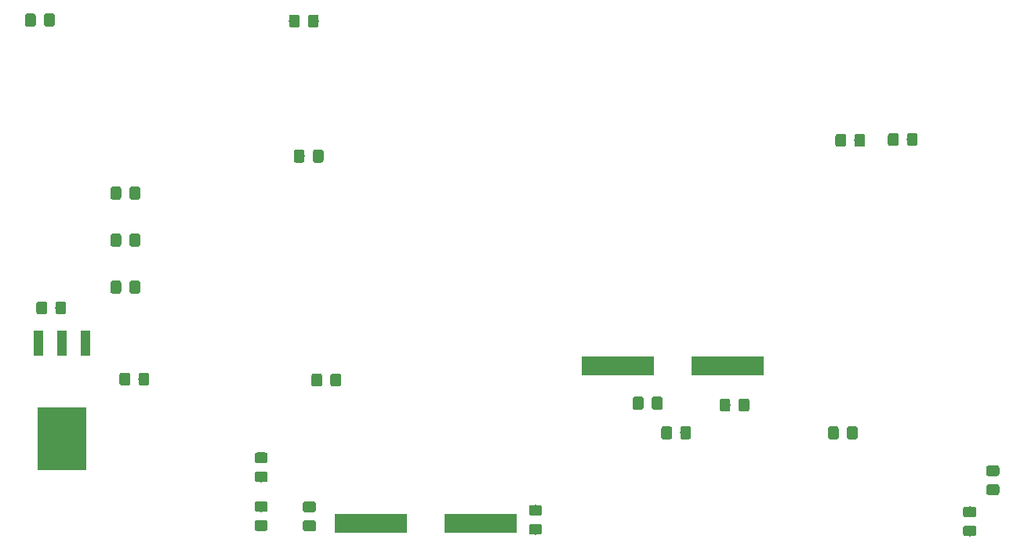
<source format=gbr>
G04 #@! TF.GenerationSoftware,KiCad,Pcbnew,(5.1.4)-1*
G04 #@! TF.CreationDate,2019-10-15T20:24:08+02:00*
G04 #@! TF.ProjectId,byggern,62796767-6572-46e2-9e6b-696361645f70,rev?*
G04 #@! TF.SameCoordinates,Original*
G04 #@! TF.FileFunction,Paste,Top*
G04 #@! TF.FilePolarity,Positive*
%FSLAX46Y46*%
G04 Gerber Fmt 4.6, Leading zero omitted, Abs format (unit mm)*
G04 Created by KiCad (PCBNEW (5.1.4)-1) date 2019-10-15 20:24:08*
%MOMM*%
%LPD*%
G04 APERTURE LIST*
%ADD10R,7.875000X2.000000*%
%ADD11R,5.250000X6.840000*%
%ADD12R,1.050000X2.790000*%
%ADD13C,0.150000*%
%ADD14C,1.150000*%
G04 APERTURE END LIST*
D10*
X133940000Y-132300000D03*
X145815000Y-132300000D03*
X160665000Y-115300000D03*
X172540000Y-115300000D03*
D11*
X100640000Y-123160000D03*
D12*
X98100000Y-112810000D03*
X100640000Y-112810000D03*
X103180000Y-112810000D03*
D13*
G36*
X201614505Y-128076204D02*
G01*
X201638773Y-128079804D01*
X201662572Y-128085765D01*
X201685671Y-128094030D01*
X201707850Y-128104520D01*
X201728893Y-128117132D01*
X201748599Y-128131747D01*
X201766777Y-128148223D01*
X201783253Y-128166401D01*
X201797868Y-128186107D01*
X201810480Y-128207150D01*
X201820970Y-128229329D01*
X201829235Y-128252428D01*
X201835196Y-128276227D01*
X201838796Y-128300495D01*
X201840000Y-128324999D01*
X201840000Y-128975001D01*
X201838796Y-128999505D01*
X201835196Y-129023773D01*
X201829235Y-129047572D01*
X201820970Y-129070671D01*
X201810480Y-129092850D01*
X201797868Y-129113893D01*
X201783253Y-129133599D01*
X201766777Y-129151777D01*
X201748599Y-129168253D01*
X201728893Y-129182868D01*
X201707850Y-129195480D01*
X201685671Y-129205970D01*
X201662572Y-129214235D01*
X201638773Y-129220196D01*
X201614505Y-129223796D01*
X201590001Y-129225000D01*
X200689999Y-129225000D01*
X200665495Y-129223796D01*
X200641227Y-129220196D01*
X200617428Y-129214235D01*
X200594329Y-129205970D01*
X200572150Y-129195480D01*
X200551107Y-129182868D01*
X200531401Y-129168253D01*
X200513223Y-129151777D01*
X200496747Y-129133599D01*
X200482132Y-129113893D01*
X200469520Y-129092850D01*
X200459030Y-129070671D01*
X200450765Y-129047572D01*
X200444804Y-129023773D01*
X200441204Y-128999505D01*
X200440000Y-128975001D01*
X200440000Y-128324999D01*
X200441204Y-128300495D01*
X200444804Y-128276227D01*
X200450765Y-128252428D01*
X200459030Y-128229329D01*
X200469520Y-128207150D01*
X200482132Y-128186107D01*
X200496747Y-128166401D01*
X200513223Y-128148223D01*
X200531401Y-128131747D01*
X200551107Y-128117132D01*
X200572150Y-128104520D01*
X200594329Y-128094030D01*
X200617428Y-128085765D01*
X200641227Y-128079804D01*
X200665495Y-128076204D01*
X200689999Y-128075000D01*
X201590001Y-128075000D01*
X201614505Y-128076204D01*
X201614505Y-128076204D01*
G37*
D14*
X201140000Y-128650000D03*
D13*
G36*
X201614505Y-126026204D02*
G01*
X201638773Y-126029804D01*
X201662572Y-126035765D01*
X201685671Y-126044030D01*
X201707850Y-126054520D01*
X201728893Y-126067132D01*
X201748599Y-126081747D01*
X201766777Y-126098223D01*
X201783253Y-126116401D01*
X201797868Y-126136107D01*
X201810480Y-126157150D01*
X201820970Y-126179329D01*
X201829235Y-126202428D01*
X201835196Y-126226227D01*
X201838796Y-126250495D01*
X201840000Y-126274999D01*
X201840000Y-126925001D01*
X201838796Y-126949505D01*
X201835196Y-126973773D01*
X201829235Y-126997572D01*
X201820970Y-127020671D01*
X201810480Y-127042850D01*
X201797868Y-127063893D01*
X201783253Y-127083599D01*
X201766777Y-127101777D01*
X201748599Y-127118253D01*
X201728893Y-127132868D01*
X201707850Y-127145480D01*
X201685671Y-127155970D01*
X201662572Y-127164235D01*
X201638773Y-127170196D01*
X201614505Y-127173796D01*
X201590001Y-127175000D01*
X200689999Y-127175000D01*
X200665495Y-127173796D01*
X200641227Y-127170196D01*
X200617428Y-127164235D01*
X200594329Y-127155970D01*
X200572150Y-127145480D01*
X200551107Y-127132868D01*
X200531401Y-127118253D01*
X200513223Y-127101777D01*
X200496747Y-127083599D01*
X200482132Y-127063893D01*
X200469520Y-127042850D01*
X200459030Y-127020671D01*
X200450765Y-126997572D01*
X200444804Y-126973773D01*
X200441204Y-126949505D01*
X200440000Y-126925001D01*
X200440000Y-126274999D01*
X200441204Y-126250495D01*
X200444804Y-126226227D01*
X200450765Y-126202428D01*
X200459030Y-126179329D01*
X200469520Y-126157150D01*
X200482132Y-126136107D01*
X200496747Y-126116401D01*
X200513223Y-126098223D01*
X200531401Y-126081747D01*
X200551107Y-126067132D01*
X200572150Y-126054520D01*
X200594329Y-126044030D01*
X200617428Y-126035765D01*
X200641227Y-126029804D01*
X200665495Y-126026204D01*
X200689999Y-126025000D01*
X201590001Y-126025000D01*
X201614505Y-126026204D01*
X201614505Y-126026204D01*
G37*
D14*
X201140000Y-126600000D03*
D13*
G36*
X184264505Y-121801204D02*
G01*
X184288773Y-121804804D01*
X184312572Y-121810765D01*
X184335671Y-121819030D01*
X184357850Y-121829520D01*
X184378893Y-121842132D01*
X184398599Y-121856747D01*
X184416777Y-121873223D01*
X184433253Y-121891401D01*
X184447868Y-121911107D01*
X184460480Y-121932150D01*
X184470970Y-121954329D01*
X184479235Y-121977428D01*
X184485196Y-122001227D01*
X184488796Y-122025495D01*
X184490000Y-122049999D01*
X184490000Y-122950001D01*
X184488796Y-122974505D01*
X184485196Y-122998773D01*
X184479235Y-123022572D01*
X184470970Y-123045671D01*
X184460480Y-123067850D01*
X184447868Y-123088893D01*
X184433253Y-123108599D01*
X184416777Y-123126777D01*
X184398599Y-123143253D01*
X184378893Y-123157868D01*
X184357850Y-123170480D01*
X184335671Y-123180970D01*
X184312572Y-123189235D01*
X184288773Y-123195196D01*
X184264505Y-123198796D01*
X184240001Y-123200000D01*
X183589999Y-123200000D01*
X183565495Y-123198796D01*
X183541227Y-123195196D01*
X183517428Y-123189235D01*
X183494329Y-123180970D01*
X183472150Y-123170480D01*
X183451107Y-123157868D01*
X183431401Y-123143253D01*
X183413223Y-123126777D01*
X183396747Y-123108599D01*
X183382132Y-123088893D01*
X183369520Y-123067850D01*
X183359030Y-123045671D01*
X183350765Y-123022572D01*
X183344804Y-122998773D01*
X183341204Y-122974505D01*
X183340000Y-122950001D01*
X183340000Y-122049999D01*
X183341204Y-122025495D01*
X183344804Y-122001227D01*
X183350765Y-121977428D01*
X183359030Y-121954329D01*
X183369520Y-121932150D01*
X183382132Y-121911107D01*
X183396747Y-121891401D01*
X183413223Y-121873223D01*
X183431401Y-121856747D01*
X183451107Y-121842132D01*
X183472150Y-121829520D01*
X183494329Y-121819030D01*
X183517428Y-121810765D01*
X183541227Y-121804804D01*
X183565495Y-121801204D01*
X183589999Y-121800000D01*
X184240001Y-121800000D01*
X184264505Y-121801204D01*
X184264505Y-121801204D01*
G37*
D14*
X183915000Y-122500000D03*
D13*
G36*
X186314505Y-121801204D02*
G01*
X186338773Y-121804804D01*
X186362572Y-121810765D01*
X186385671Y-121819030D01*
X186407850Y-121829520D01*
X186428893Y-121842132D01*
X186448599Y-121856747D01*
X186466777Y-121873223D01*
X186483253Y-121891401D01*
X186497868Y-121911107D01*
X186510480Y-121932150D01*
X186520970Y-121954329D01*
X186529235Y-121977428D01*
X186535196Y-122001227D01*
X186538796Y-122025495D01*
X186540000Y-122049999D01*
X186540000Y-122950001D01*
X186538796Y-122974505D01*
X186535196Y-122998773D01*
X186529235Y-123022572D01*
X186520970Y-123045671D01*
X186510480Y-123067850D01*
X186497868Y-123088893D01*
X186483253Y-123108599D01*
X186466777Y-123126777D01*
X186448599Y-123143253D01*
X186428893Y-123157868D01*
X186407850Y-123170480D01*
X186385671Y-123180970D01*
X186362572Y-123189235D01*
X186338773Y-123195196D01*
X186314505Y-123198796D01*
X186290001Y-123200000D01*
X185639999Y-123200000D01*
X185615495Y-123198796D01*
X185591227Y-123195196D01*
X185567428Y-123189235D01*
X185544329Y-123180970D01*
X185522150Y-123170480D01*
X185501107Y-123157868D01*
X185481401Y-123143253D01*
X185463223Y-123126777D01*
X185446747Y-123108599D01*
X185432132Y-123088893D01*
X185419520Y-123067850D01*
X185409030Y-123045671D01*
X185400765Y-123022572D01*
X185394804Y-122998773D01*
X185391204Y-122974505D01*
X185390000Y-122950001D01*
X185390000Y-122049999D01*
X185391204Y-122025495D01*
X185394804Y-122001227D01*
X185400765Y-121977428D01*
X185409030Y-121954329D01*
X185419520Y-121932150D01*
X185432132Y-121911107D01*
X185446747Y-121891401D01*
X185463223Y-121873223D01*
X185481401Y-121856747D01*
X185501107Y-121842132D01*
X185522150Y-121829520D01*
X185544329Y-121819030D01*
X185567428Y-121810765D01*
X185591227Y-121804804D01*
X185615495Y-121801204D01*
X185639999Y-121800000D01*
X186290001Y-121800000D01*
X186314505Y-121801204D01*
X186314505Y-121801204D01*
G37*
D14*
X185965000Y-122500000D03*
D13*
G36*
X122614505Y-124626204D02*
G01*
X122638773Y-124629804D01*
X122662572Y-124635765D01*
X122685671Y-124644030D01*
X122707850Y-124654520D01*
X122728893Y-124667132D01*
X122748599Y-124681747D01*
X122766777Y-124698223D01*
X122783253Y-124716401D01*
X122797868Y-124736107D01*
X122810480Y-124757150D01*
X122820970Y-124779329D01*
X122829235Y-124802428D01*
X122835196Y-124826227D01*
X122838796Y-124850495D01*
X122840000Y-124874999D01*
X122840000Y-125525001D01*
X122838796Y-125549505D01*
X122835196Y-125573773D01*
X122829235Y-125597572D01*
X122820970Y-125620671D01*
X122810480Y-125642850D01*
X122797868Y-125663893D01*
X122783253Y-125683599D01*
X122766777Y-125701777D01*
X122748599Y-125718253D01*
X122728893Y-125732868D01*
X122707850Y-125745480D01*
X122685671Y-125755970D01*
X122662572Y-125764235D01*
X122638773Y-125770196D01*
X122614505Y-125773796D01*
X122590001Y-125775000D01*
X121689999Y-125775000D01*
X121665495Y-125773796D01*
X121641227Y-125770196D01*
X121617428Y-125764235D01*
X121594329Y-125755970D01*
X121572150Y-125745480D01*
X121551107Y-125732868D01*
X121531401Y-125718253D01*
X121513223Y-125701777D01*
X121496747Y-125683599D01*
X121482132Y-125663893D01*
X121469520Y-125642850D01*
X121459030Y-125620671D01*
X121450765Y-125597572D01*
X121444804Y-125573773D01*
X121441204Y-125549505D01*
X121440000Y-125525001D01*
X121440000Y-124874999D01*
X121441204Y-124850495D01*
X121444804Y-124826227D01*
X121450765Y-124802428D01*
X121459030Y-124779329D01*
X121469520Y-124757150D01*
X121482132Y-124736107D01*
X121496747Y-124716401D01*
X121513223Y-124698223D01*
X121531401Y-124681747D01*
X121551107Y-124667132D01*
X121572150Y-124654520D01*
X121594329Y-124644030D01*
X121617428Y-124635765D01*
X121641227Y-124629804D01*
X121665495Y-124626204D01*
X121689999Y-124625000D01*
X122590001Y-124625000D01*
X122614505Y-124626204D01*
X122614505Y-124626204D01*
G37*
D14*
X122140000Y-125200000D03*
D13*
G36*
X122614505Y-126676204D02*
G01*
X122638773Y-126679804D01*
X122662572Y-126685765D01*
X122685671Y-126694030D01*
X122707850Y-126704520D01*
X122728893Y-126717132D01*
X122748599Y-126731747D01*
X122766777Y-126748223D01*
X122783253Y-126766401D01*
X122797868Y-126786107D01*
X122810480Y-126807150D01*
X122820970Y-126829329D01*
X122829235Y-126852428D01*
X122835196Y-126876227D01*
X122838796Y-126900495D01*
X122840000Y-126924999D01*
X122840000Y-127575001D01*
X122838796Y-127599505D01*
X122835196Y-127623773D01*
X122829235Y-127647572D01*
X122820970Y-127670671D01*
X122810480Y-127692850D01*
X122797868Y-127713893D01*
X122783253Y-127733599D01*
X122766777Y-127751777D01*
X122748599Y-127768253D01*
X122728893Y-127782868D01*
X122707850Y-127795480D01*
X122685671Y-127805970D01*
X122662572Y-127814235D01*
X122638773Y-127820196D01*
X122614505Y-127823796D01*
X122590001Y-127825000D01*
X121689999Y-127825000D01*
X121665495Y-127823796D01*
X121641227Y-127820196D01*
X121617428Y-127814235D01*
X121594329Y-127805970D01*
X121572150Y-127795480D01*
X121551107Y-127782868D01*
X121531401Y-127768253D01*
X121513223Y-127751777D01*
X121496747Y-127733599D01*
X121482132Y-127713893D01*
X121469520Y-127692850D01*
X121459030Y-127670671D01*
X121450765Y-127647572D01*
X121444804Y-127623773D01*
X121441204Y-127599505D01*
X121440000Y-127575001D01*
X121440000Y-126924999D01*
X121441204Y-126900495D01*
X121444804Y-126876227D01*
X121450765Y-126852428D01*
X121459030Y-126829329D01*
X121469520Y-126807150D01*
X121482132Y-126786107D01*
X121496747Y-126766401D01*
X121513223Y-126748223D01*
X121531401Y-126731747D01*
X121551107Y-126717132D01*
X121572150Y-126704520D01*
X121594329Y-126694030D01*
X121617428Y-126685765D01*
X121641227Y-126679804D01*
X121665495Y-126676204D01*
X121689999Y-126675000D01*
X122590001Y-126675000D01*
X122614505Y-126676204D01*
X122614505Y-126676204D01*
G37*
D14*
X122140000Y-127250000D03*
D13*
G36*
X106789505Y-95901204D02*
G01*
X106813773Y-95904804D01*
X106837572Y-95910765D01*
X106860671Y-95919030D01*
X106882850Y-95929520D01*
X106903893Y-95942132D01*
X106923599Y-95956747D01*
X106941777Y-95973223D01*
X106958253Y-95991401D01*
X106972868Y-96011107D01*
X106985480Y-96032150D01*
X106995970Y-96054329D01*
X107004235Y-96077428D01*
X107010196Y-96101227D01*
X107013796Y-96125495D01*
X107015000Y-96149999D01*
X107015000Y-97050001D01*
X107013796Y-97074505D01*
X107010196Y-97098773D01*
X107004235Y-97122572D01*
X106995970Y-97145671D01*
X106985480Y-97167850D01*
X106972868Y-97188893D01*
X106958253Y-97208599D01*
X106941777Y-97226777D01*
X106923599Y-97243253D01*
X106903893Y-97257868D01*
X106882850Y-97270480D01*
X106860671Y-97280970D01*
X106837572Y-97289235D01*
X106813773Y-97295196D01*
X106789505Y-97298796D01*
X106765001Y-97300000D01*
X106114999Y-97300000D01*
X106090495Y-97298796D01*
X106066227Y-97295196D01*
X106042428Y-97289235D01*
X106019329Y-97280970D01*
X105997150Y-97270480D01*
X105976107Y-97257868D01*
X105956401Y-97243253D01*
X105938223Y-97226777D01*
X105921747Y-97208599D01*
X105907132Y-97188893D01*
X105894520Y-97167850D01*
X105884030Y-97145671D01*
X105875765Y-97122572D01*
X105869804Y-97098773D01*
X105866204Y-97074505D01*
X105865000Y-97050001D01*
X105865000Y-96149999D01*
X105866204Y-96125495D01*
X105869804Y-96101227D01*
X105875765Y-96077428D01*
X105884030Y-96054329D01*
X105894520Y-96032150D01*
X105907132Y-96011107D01*
X105921747Y-95991401D01*
X105938223Y-95973223D01*
X105956401Y-95956747D01*
X105976107Y-95942132D01*
X105997150Y-95929520D01*
X106019329Y-95919030D01*
X106042428Y-95910765D01*
X106066227Y-95904804D01*
X106090495Y-95901204D01*
X106114999Y-95900000D01*
X106765001Y-95900000D01*
X106789505Y-95901204D01*
X106789505Y-95901204D01*
G37*
D14*
X106440000Y-96600000D03*
D13*
G36*
X108839505Y-95901204D02*
G01*
X108863773Y-95904804D01*
X108887572Y-95910765D01*
X108910671Y-95919030D01*
X108932850Y-95929520D01*
X108953893Y-95942132D01*
X108973599Y-95956747D01*
X108991777Y-95973223D01*
X109008253Y-95991401D01*
X109022868Y-96011107D01*
X109035480Y-96032150D01*
X109045970Y-96054329D01*
X109054235Y-96077428D01*
X109060196Y-96101227D01*
X109063796Y-96125495D01*
X109065000Y-96149999D01*
X109065000Y-97050001D01*
X109063796Y-97074505D01*
X109060196Y-97098773D01*
X109054235Y-97122572D01*
X109045970Y-97145671D01*
X109035480Y-97167850D01*
X109022868Y-97188893D01*
X109008253Y-97208599D01*
X108991777Y-97226777D01*
X108973599Y-97243253D01*
X108953893Y-97257868D01*
X108932850Y-97270480D01*
X108910671Y-97280970D01*
X108887572Y-97289235D01*
X108863773Y-97295196D01*
X108839505Y-97298796D01*
X108815001Y-97300000D01*
X108164999Y-97300000D01*
X108140495Y-97298796D01*
X108116227Y-97295196D01*
X108092428Y-97289235D01*
X108069329Y-97280970D01*
X108047150Y-97270480D01*
X108026107Y-97257868D01*
X108006401Y-97243253D01*
X107988223Y-97226777D01*
X107971747Y-97208599D01*
X107957132Y-97188893D01*
X107944520Y-97167850D01*
X107934030Y-97145671D01*
X107925765Y-97122572D01*
X107919804Y-97098773D01*
X107916204Y-97074505D01*
X107915000Y-97050001D01*
X107915000Y-96149999D01*
X107916204Y-96125495D01*
X107919804Y-96101227D01*
X107925765Y-96077428D01*
X107934030Y-96054329D01*
X107944520Y-96032150D01*
X107957132Y-96011107D01*
X107971747Y-95991401D01*
X107988223Y-95973223D01*
X108006401Y-95956747D01*
X108026107Y-95942132D01*
X108047150Y-95929520D01*
X108069329Y-95919030D01*
X108092428Y-95910765D01*
X108116227Y-95904804D01*
X108140495Y-95901204D01*
X108164999Y-95900000D01*
X108815001Y-95900000D01*
X108839505Y-95901204D01*
X108839505Y-95901204D01*
G37*
D14*
X108490000Y-96600000D03*
D13*
G36*
X108839505Y-100981204D02*
G01*
X108863773Y-100984804D01*
X108887572Y-100990765D01*
X108910671Y-100999030D01*
X108932850Y-101009520D01*
X108953893Y-101022132D01*
X108973599Y-101036747D01*
X108991777Y-101053223D01*
X109008253Y-101071401D01*
X109022868Y-101091107D01*
X109035480Y-101112150D01*
X109045970Y-101134329D01*
X109054235Y-101157428D01*
X109060196Y-101181227D01*
X109063796Y-101205495D01*
X109065000Y-101229999D01*
X109065000Y-102130001D01*
X109063796Y-102154505D01*
X109060196Y-102178773D01*
X109054235Y-102202572D01*
X109045970Y-102225671D01*
X109035480Y-102247850D01*
X109022868Y-102268893D01*
X109008253Y-102288599D01*
X108991777Y-102306777D01*
X108973599Y-102323253D01*
X108953893Y-102337868D01*
X108932850Y-102350480D01*
X108910671Y-102360970D01*
X108887572Y-102369235D01*
X108863773Y-102375196D01*
X108839505Y-102378796D01*
X108815001Y-102380000D01*
X108164999Y-102380000D01*
X108140495Y-102378796D01*
X108116227Y-102375196D01*
X108092428Y-102369235D01*
X108069329Y-102360970D01*
X108047150Y-102350480D01*
X108026107Y-102337868D01*
X108006401Y-102323253D01*
X107988223Y-102306777D01*
X107971747Y-102288599D01*
X107957132Y-102268893D01*
X107944520Y-102247850D01*
X107934030Y-102225671D01*
X107925765Y-102202572D01*
X107919804Y-102178773D01*
X107916204Y-102154505D01*
X107915000Y-102130001D01*
X107915000Y-101229999D01*
X107916204Y-101205495D01*
X107919804Y-101181227D01*
X107925765Y-101157428D01*
X107934030Y-101134329D01*
X107944520Y-101112150D01*
X107957132Y-101091107D01*
X107971747Y-101071401D01*
X107988223Y-101053223D01*
X108006401Y-101036747D01*
X108026107Y-101022132D01*
X108047150Y-101009520D01*
X108069329Y-100999030D01*
X108092428Y-100990765D01*
X108116227Y-100984804D01*
X108140495Y-100981204D01*
X108164999Y-100980000D01*
X108815001Y-100980000D01*
X108839505Y-100981204D01*
X108839505Y-100981204D01*
G37*
D14*
X108490000Y-101680000D03*
D13*
G36*
X106789505Y-100981204D02*
G01*
X106813773Y-100984804D01*
X106837572Y-100990765D01*
X106860671Y-100999030D01*
X106882850Y-101009520D01*
X106903893Y-101022132D01*
X106923599Y-101036747D01*
X106941777Y-101053223D01*
X106958253Y-101071401D01*
X106972868Y-101091107D01*
X106985480Y-101112150D01*
X106995970Y-101134329D01*
X107004235Y-101157428D01*
X107010196Y-101181227D01*
X107013796Y-101205495D01*
X107015000Y-101229999D01*
X107015000Y-102130001D01*
X107013796Y-102154505D01*
X107010196Y-102178773D01*
X107004235Y-102202572D01*
X106995970Y-102225671D01*
X106985480Y-102247850D01*
X106972868Y-102268893D01*
X106958253Y-102288599D01*
X106941777Y-102306777D01*
X106923599Y-102323253D01*
X106903893Y-102337868D01*
X106882850Y-102350480D01*
X106860671Y-102360970D01*
X106837572Y-102369235D01*
X106813773Y-102375196D01*
X106789505Y-102378796D01*
X106765001Y-102380000D01*
X106114999Y-102380000D01*
X106090495Y-102378796D01*
X106066227Y-102375196D01*
X106042428Y-102369235D01*
X106019329Y-102360970D01*
X105997150Y-102350480D01*
X105976107Y-102337868D01*
X105956401Y-102323253D01*
X105938223Y-102306777D01*
X105921747Y-102288599D01*
X105907132Y-102268893D01*
X105894520Y-102247850D01*
X105884030Y-102225671D01*
X105875765Y-102202572D01*
X105869804Y-102178773D01*
X105866204Y-102154505D01*
X105865000Y-102130001D01*
X105865000Y-101229999D01*
X105866204Y-101205495D01*
X105869804Y-101181227D01*
X105875765Y-101157428D01*
X105884030Y-101134329D01*
X105894520Y-101112150D01*
X105907132Y-101091107D01*
X105921747Y-101071401D01*
X105938223Y-101053223D01*
X105956401Y-101036747D01*
X105976107Y-101022132D01*
X105997150Y-101009520D01*
X106019329Y-100999030D01*
X106042428Y-100990765D01*
X106066227Y-100984804D01*
X106090495Y-100981204D01*
X106114999Y-100980000D01*
X106765001Y-100980000D01*
X106789505Y-100981204D01*
X106789505Y-100981204D01*
G37*
D14*
X106440000Y-101680000D03*
D13*
G36*
X122614505Y-129901204D02*
G01*
X122638773Y-129904804D01*
X122662572Y-129910765D01*
X122685671Y-129919030D01*
X122707850Y-129929520D01*
X122728893Y-129942132D01*
X122748599Y-129956747D01*
X122766777Y-129973223D01*
X122783253Y-129991401D01*
X122797868Y-130011107D01*
X122810480Y-130032150D01*
X122820970Y-130054329D01*
X122829235Y-130077428D01*
X122835196Y-130101227D01*
X122838796Y-130125495D01*
X122840000Y-130149999D01*
X122840000Y-130800001D01*
X122838796Y-130824505D01*
X122835196Y-130848773D01*
X122829235Y-130872572D01*
X122820970Y-130895671D01*
X122810480Y-130917850D01*
X122797868Y-130938893D01*
X122783253Y-130958599D01*
X122766777Y-130976777D01*
X122748599Y-130993253D01*
X122728893Y-131007868D01*
X122707850Y-131020480D01*
X122685671Y-131030970D01*
X122662572Y-131039235D01*
X122638773Y-131045196D01*
X122614505Y-131048796D01*
X122590001Y-131050000D01*
X121689999Y-131050000D01*
X121665495Y-131048796D01*
X121641227Y-131045196D01*
X121617428Y-131039235D01*
X121594329Y-131030970D01*
X121572150Y-131020480D01*
X121551107Y-131007868D01*
X121531401Y-130993253D01*
X121513223Y-130976777D01*
X121496747Y-130958599D01*
X121482132Y-130938893D01*
X121469520Y-130917850D01*
X121459030Y-130895671D01*
X121450765Y-130872572D01*
X121444804Y-130848773D01*
X121441204Y-130824505D01*
X121440000Y-130800001D01*
X121440000Y-130149999D01*
X121441204Y-130125495D01*
X121444804Y-130101227D01*
X121450765Y-130077428D01*
X121459030Y-130054329D01*
X121469520Y-130032150D01*
X121482132Y-130011107D01*
X121496747Y-129991401D01*
X121513223Y-129973223D01*
X121531401Y-129956747D01*
X121551107Y-129942132D01*
X121572150Y-129929520D01*
X121594329Y-129919030D01*
X121617428Y-129910765D01*
X121641227Y-129904804D01*
X121665495Y-129901204D01*
X121689999Y-129900000D01*
X122590001Y-129900000D01*
X122614505Y-129901204D01*
X122614505Y-129901204D01*
G37*
D14*
X122140000Y-130475000D03*
D13*
G36*
X122614505Y-131951204D02*
G01*
X122638773Y-131954804D01*
X122662572Y-131960765D01*
X122685671Y-131969030D01*
X122707850Y-131979520D01*
X122728893Y-131992132D01*
X122748599Y-132006747D01*
X122766777Y-132023223D01*
X122783253Y-132041401D01*
X122797868Y-132061107D01*
X122810480Y-132082150D01*
X122820970Y-132104329D01*
X122829235Y-132127428D01*
X122835196Y-132151227D01*
X122838796Y-132175495D01*
X122840000Y-132199999D01*
X122840000Y-132850001D01*
X122838796Y-132874505D01*
X122835196Y-132898773D01*
X122829235Y-132922572D01*
X122820970Y-132945671D01*
X122810480Y-132967850D01*
X122797868Y-132988893D01*
X122783253Y-133008599D01*
X122766777Y-133026777D01*
X122748599Y-133043253D01*
X122728893Y-133057868D01*
X122707850Y-133070480D01*
X122685671Y-133080970D01*
X122662572Y-133089235D01*
X122638773Y-133095196D01*
X122614505Y-133098796D01*
X122590001Y-133100000D01*
X121689999Y-133100000D01*
X121665495Y-133098796D01*
X121641227Y-133095196D01*
X121617428Y-133089235D01*
X121594329Y-133080970D01*
X121572150Y-133070480D01*
X121551107Y-133057868D01*
X121531401Y-133043253D01*
X121513223Y-133026777D01*
X121496747Y-133008599D01*
X121482132Y-132988893D01*
X121469520Y-132967850D01*
X121459030Y-132945671D01*
X121450765Y-132922572D01*
X121444804Y-132898773D01*
X121441204Y-132874505D01*
X121440000Y-132850001D01*
X121440000Y-132199999D01*
X121441204Y-132175495D01*
X121444804Y-132151227D01*
X121450765Y-132127428D01*
X121459030Y-132104329D01*
X121469520Y-132082150D01*
X121482132Y-132061107D01*
X121496747Y-132041401D01*
X121513223Y-132023223D01*
X121531401Y-132006747D01*
X121551107Y-131992132D01*
X121572150Y-131979520D01*
X121594329Y-131969030D01*
X121617428Y-131960765D01*
X121641227Y-131954804D01*
X121665495Y-131951204D01*
X121689999Y-131950000D01*
X122590001Y-131950000D01*
X122614505Y-131951204D01*
X122614505Y-131951204D01*
G37*
D14*
X122140000Y-132525000D03*
D13*
G36*
X168314505Y-121801204D02*
G01*
X168338773Y-121804804D01*
X168362572Y-121810765D01*
X168385671Y-121819030D01*
X168407850Y-121829520D01*
X168428893Y-121842132D01*
X168448599Y-121856747D01*
X168466777Y-121873223D01*
X168483253Y-121891401D01*
X168497868Y-121911107D01*
X168510480Y-121932150D01*
X168520970Y-121954329D01*
X168529235Y-121977428D01*
X168535196Y-122001227D01*
X168538796Y-122025495D01*
X168540000Y-122049999D01*
X168540000Y-122950001D01*
X168538796Y-122974505D01*
X168535196Y-122998773D01*
X168529235Y-123022572D01*
X168520970Y-123045671D01*
X168510480Y-123067850D01*
X168497868Y-123088893D01*
X168483253Y-123108599D01*
X168466777Y-123126777D01*
X168448599Y-123143253D01*
X168428893Y-123157868D01*
X168407850Y-123170480D01*
X168385671Y-123180970D01*
X168362572Y-123189235D01*
X168338773Y-123195196D01*
X168314505Y-123198796D01*
X168290001Y-123200000D01*
X167639999Y-123200000D01*
X167615495Y-123198796D01*
X167591227Y-123195196D01*
X167567428Y-123189235D01*
X167544329Y-123180970D01*
X167522150Y-123170480D01*
X167501107Y-123157868D01*
X167481401Y-123143253D01*
X167463223Y-123126777D01*
X167446747Y-123108599D01*
X167432132Y-123088893D01*
X167419520Y-123067850D01*
X167409030Y-123045671D01*
X167400765Y-123022572D01*
X167394804Y-122998773D01*
X167391204Y-122974505D01*
X167390000Y-122950001D01*
X167390000Y-122049999D01*
X167391204Y-122025495D01*
X167394804Y-122001227D01*
X167400765Y-121977428D01*
X167409030Y-121954329D01*
X167419520Y-121932150D01*
X167432132Y-121911107D01*
X167446747Y-121891401D01*
X167463223Y-121873223D01*
X167481401Y-121856747D01*
X167501107Y-121842132D01*
X167522150Y-121829520D01*
X167544329Y-121819030D01*
X167567428Y-121810765D01*
X167591227Y-121804804D01*
X167615495Y-121801204D01*
X167639999Y-121800000D01*
X168290001Y-121800000D01*
X168314505Y-121801204D01*
X168314505Y-121801204D01*
G37*
D14*
X167965000Y-122500000D03*
D13*
G36*
X166264505Y-121801204D02*
G01*
X166288773Y-121804804D01*
X166312572Y-121810765D01*
X166335671Y-121819030D01*
X166357850Y-121829520D01*
X166378893Y-121842132D01*
X166398599Y-121856747D01*
X166416777Y-121873223D01*
X166433253Y-121891401D01*
X166447868Y-121911107D01*
X166460480Y-121932150D01*
X166470970Y-121954329D01*
X166479235Y-121977428D01*
X166485196Y-122001227D01*
X166488796Y-122025495D01*
X166490000Y-122049999D01*
X166490000Y-122950001D01*
X166488796Y-122974505D01*
X166485196Y-122998773D01*
X166479235Y-123022572D01*
X166470970Y-123045671D01*
X166460480Y-123067850D01*
X166447868Y-123088893D01*
X166433253Y-123108599D01*
X166416777Y-123126777D01*
X166398599Y-123143253D01*
X166378893Y-123157868D01*
X166357850Y-123170480D01*
X166335671Y-123180970D01*
X166312572Y-123189235D01*
X166288773Y-123195196D01*
X166264505Y-123198796D01*
X166240001Y-123200000D01*
X165589999Y-123200000D01*
X165565495Y-123198796D01*
X165541227Y-123195196D01*
X165517428Y-123189235D01*
X165494329Y-123180970D01*
X165472150Y-123170480D01*
X165451107Y-123157868D01*
X165431401Y-123143253D01*
X165413223Y-123126777D01*
X165396747Y-123108599D01*
X165382132Y-123088893D01*
X165369520Y-123067850D01*
X165359030Y-123045671D01*
X165350765Y-123022572D01*
X165344804Y-122998773D01*
X165341204Y-122974505D01*
X165340000Y-122950001D01*
X165340000Y-122049999D01*
X165341204Y-122025495D01*
X165344804Y-122001227D01*
X165350765Y-121977428D01*
X165359030Y-121954329D01*
X165369520Y-121932150D01*
X165382132Y-121911107D01*
X165396747Y-121891401D01*
X165413223Y-121873223D01*
X165431401Y-121856747D01*
X165451107Y-121842132D01*
X165472150Y-121829520D01*
X165494329Y-121819030D01*
X165517428Y-121810765D01*
X165541227Y-121804804D01*
X165565495Y-121801204D01*
X165589999Y-121800000D01*
X166240001Y-121800000D01*
X166264505Y-121801204D01*
X166264505Y-121801204D01*
G37*
D14*
X165915000Y-122500000D03*
D13*
G36*
X99614505Y-77201204D02*
G01*
X99638773Y-77204804D01*
X99662572Y-77210765D01*
X99685671Y-77219030D01*
X99707850Y-77229520D01*
X99728893Y-77242132D01*
X99748599Y-77256747D01*
X99766777Y-77273223D01*
X99783253Y-77291401D01*
X99797868Y-77311107D01*
X99810480Y-77332150D01*
X99820970Y-77354329D01*
X99829235Y-77377428D01*
X99835196Y-77401227D01*
X99838796Y-77425495D01*
X99840000Y-77449999D01*
X99840000Y-78350001D01*
X99838796Y-78374505D01*
X99835196Y-78398773D01*
X99829235Y-78422572D01*
X99820970Y-78445671D01*
X99810480Y-78467850D01*
X99797868Y-78488893D01*
X99783253Y-78508599D01*
X99766777Y-78526777D01*
X99748599Y-78543253D01*
X99728893Y-78557868D01*
X99707850Y-78570480D01*
X99685671Y-78580970D01*
X99662572Y-78589235D01*
X99638773Y-78595196D01*
X99614505Y-78598796D01*
X99590001Y-78600000D01*
X98939999Y-78600000D01*
X98915495Y-78598796D01*
X98891227Y-78595196D01*
X98867428Y-78589235D01*
X98844329Y-78580970D01*
X98822150Y-78570480D01*
X98801107Y-78557868D01*
X98781401Y-78543253D01*
X98763223Y-78526777D01*
X98746747Y-78508599D01*
X98732132Y-78488893D01*
X98719520Y-78467850D01*
X98709030Y-78445671D01*
X98700765Y-78422572D01*
X98694804Y-78398773D01*
X98691204Y-78374505D01*
X98690000Y-78350001D01*
X98690000Y-77449999D01*
X98691204Y-77425495D01*
X98694804Y-77401227D01*
X98700765Y-77377428D01*
X98709030Y-77354329D01*
X98719520Y-77332150D01*
X98732132Y-77311107D01*
X98746747Y-77291401D01*
X98763223Y-77273223D01*
X98781401Y-77256747D01*
X98801107Y-77242132D01*
X98822150Y-77229520D01*
X98844329Y-77219030D01*
X98867428Y-77210765D01*
X98891227Y-77204804D01*
X98915495Y-77201204D01*
X98939999Y-77200000D01*
X99590001Y-77200000D01*
X99614505Y-77201204D01*
X99614505Y-77201204D01*
G37*
D14*
X99265000Y-77900000D03*
D13*
G36*
X97564505Y-77201204D02*
G01*
X97588773Y-77204804D01*
X97612572Y-77210765D01*
X97635671Y-77219030D01*
X97657850Y-77229520D01*
X97678893Y-77242132D01*
X97698599Y-77256747D01*
X97716777Y-77273223D01*
X97733253Y-77291401D01*
X97747868Y-77311107D01*
X97760480Y-77332150D01*
X97770970Y-77354329D01*
X97779235Y-77377428D01*
X97785196Y-77401227D01*
X97788796Y-77425495D01*
X97790000Y-77449999D01*
X97790000Y-78350001D01*
X97788796Y-78374505D01*
X97785196Y-78398773D01*
X97779235Y-78422572D01*
X97770970Y-78445671D01*
X97760480Y-78467850D01*
X97747868Y-78488893D01*
X97733253Y-78508599D01*
X97716777Y-78526777D01*
X97698599Y-78543253D01*
X97678893Y-78557868D01*
X97657850Y-78570480D01*
X97635671Y-78580970D01*
X97612572Y-78589235D01*
X97588773Y-78595196D01*
X97564505Y-78598796D01*
X97540001Y-78600000D01*
X96889999Y-78600000D01*
X96865495Y-78598796D01*
X96841227Y-78595196D01*
X96817428Y-78589235D01*
X96794329Y-78580970D01*
X96772150Y-78570480D01*
X96751107Y-78557868D01*
X96731401Y-78543253D01*
X96713223Y-78526777D01*
X96696747Y-78508599D01*
X96682132Y-78488893D01*
X96669520Y-78467850D01*
X96659030Y-78445671D01*
X96650765Y-78422572D01*
X96644804Y-78398773D01*
X96641204Y-78374505D01*
X96640000Y-78350001D01*
X96640000Y-77449999D01*
X96641204Y-77425495D01*
X96644804Y-77401227D01*
X96650765Y-77377428D01*
X96659030Y-77354329D01*
X96669520Y-77332150D01*
X96682132Y-77311107D01*
X96696747Y-77291401D01*
X96713223Y-77273223D01*
X96731401Y-77256747D01*
X96751107Y-77242132D01*
X96772150Y-77229520D01*
X96794329Y-77219030D01*
X96817428Y-77210765D01*
X96841227Y-77204804D01*
X96865495Y-77201204D01*
X96889999Y-77200000D01*
X97540001Y-77200000D01*
X97564505Y-77201204D01*
X97564505Y-77201204D01*
G37*
D14*
X97215000Y-77900000D03*
D13*
G36*
X187114505Y-90201204D02*
G01*
X187138773Y-90204804D01*
X187162572Y-90210765D01*
X187185671Y-90219030D01*
X187207850Y-90229520D01*
X187228893Y-90242132D01*
X187248599Y-90256747D01*
X187266777Y-90273223D01*
X187283253Y-90291401D01*
X187297868Y-90311107D01*
X187310480Y-90332150D01*
X187320970Y-90354329D01*
X187329235Y-90377428D01*
X187335196Y-90401227D01*
X187338796Y-90425495D01*
X187340000Y-90449999D01*
X187340000Y-91350001D01*
X187338796Y-91374505D01*
X187335196Y-91398773D01*
X187329235Y-91422572D01*
X187320970Y-91445671D01*
X187310480Y-91467850D01*
X187297868Y-91488893D01*
X187283253Y-91508599D01*
X187266777Y-91526777D01*
X187248599Y-91543253D01*
X187228893Y-91557868D01*
X187207850Y-91570480D01*
X187185671Y-91580970D01*
X187162572Y-91589235D01*
X187138773Y-91595196D01*
X187114505Y-91598796D01*
X187090001Y-91600000D01*
X186439999Y-91600000D01*
X186415495Y-91598796D01*
X186391227Y-91595196D01*
X186367428Y-91589235D01*
X186344329Y-91580970D01*
X186322150Y-91570480D01*
X186301107Y-91557868D01*
X186281401Y-91543253D01*
X186263223Y-91526777D01*
X186246747Y-91508599D01*
X186232132Y-91488893D01*
X186219520Y-91467850D01*
X186209030Y-91445671D01*
X186200765Y-91422572D01*
X186194804Y-91398773D01*
X186191204Y-91374505D01*
X186190000Y-91350001D01*
X186190000Y-90449999D01*
X186191204Y-90425495D01*
X186194804Y-90401227D01*
X186200765Y-90377428D01*
X186209030Y-90354329D01*
X186219520Y-90332150D01*
X186232132Y-90311107D01*
X186246747Y-90291401D01*
X186263223Y-90273223D01*
X186281401Y-90256747D01*
X186301107Y-90242132D01*
X186322150Y-90229520D01*
X186344329Y-90219030D01*
X186367428Y-90210765D01*
X186391227Y-90204804D01*
X186415495Y-90201204D01*
X186439999Y-90200000D01*
X187090001Y-90200000D01*
X187114505Y-90201204D01*
X187114505Y-90201204D01*
G37*
D14*
X186765000Y-90900000D03*
D13*
G36*
X185064505Y-90201204D02*
G01*
X185088773Y-90204804D01*
X185112572Y-90210765D01*
X185135671Y-90219030D01*
X185157850Y-90229520D01*
X185178893Y-90242132D01*
X185198599Y-90256747D01*
X185216777Y-90273223D01*
X185233253Y-90291401D01*
X185247868Y-90311107D01*
X185260480Y-90332150D01*
X185270970Y-90354329D01*
X185279235Y-90377428D01*
X185285196Y-90401227D01*
X185288796Y-90425495D01*
X185290000Y-90449999D01*
X185290000Y-91350001D01*
X185288796Y-91374505D01*
X185285196Y-91398773D01*
X185279235Y-91422572D01*
X185270970Y-91445671D01*
X185260480Y-91467850D01*
X185247868Y-91488893D01*
X185233253Y-91508599D01*
X185216777Y-91526777D01*
X185198599Y-91543253D01*
X185178893Y-91557868D01*
X185157850Y-91570480D01*
X185135671Y-91580970D01*
X185112572Y-91589235D01*
X185088773Y-91595196D01*
X185064505Y-91598796D01*
X185040001Y-91600000D01*
X184389999Y-91600000D01*
X184365495Y-91598796D01*
X184341227Y-91595196D01*
X184317428Y-91589235D01*
X184294329Y-91580970D01*
X184272150Y-91570480D01*
X184251107Y-91557868D01*
X184231401Y-91543253D01*
X184213223Y-91526777D01*
X184196747Y-91508599D01*
X184182132Y-91488893D01*
X184169520Y-91467850D01*
X184159030Y-91445671D01*
X184150765Y-91422572D01*
X184144804Y-91398773D01*
X184141204Y-91374505D01*
X184140000Y-91350001D01*
X184140000Y-90449999D01*
X184141204Y-90425495D01*
X184144804Y-90401227D01*
X184150765Y-90377428D01*
X184159030Y-90354329D01*
X184169520Y-90332150D01*
X184182132Y-90311107D01*
X184196747Y-90291401D01*
X184213223Y-90273223D01*
X184231401Y-90256747D01*
X184251107Y-90242132D01*
X184272150Y-90229520D01*
X184294329Y-90219030D01*
X184317428Y-90210765D01*
X184341227Y-90204804D01*
X184365495Y-90201204D01*
X184389999Y-90200000D01*
X185040001Y-90200000D01*
X185064505Y-90201204D01*
X185064505Y-90201204D01*
G37*
D14*
X184715000Y-90900000D03*
D13*
G36*
X199114505Y-130476204D02*
G01*
X199138773Y-130479804D01*
X199162572Y-130485765D01*
X199185671Y-130494030D01*
X199207850Y-130504520D01*
X199228893Y-130517132D01*
X199248599Y-130531747D01*
X199266777Y-130548223D01*
X199283253Y-130566401D01*
X199297868Y-130586107D01*
X199310480Y-130607150D01*
X199320970Y-130629329D01*
X199329235Y-130652428D01*
X199335196Y-130676227D01*
X199338796Y-130700495D01*
X199340000Y-130724999D01*
X199340000Y-131375001D01*
X199338796Y-131399505D01*
X199335196Y-131423773D01*
X199329235Y-131447572D01*
X199320970Y-131470671D01*
X199310480Y-131492850D01*
X199297868Y-131513893D01*
X199283253Y-131533599D01*
X199266777Y-131551777D01*
X199248599Y-131568253D01*
X199228893Y-131582868D01*
X199207850Y-131595480D01*
X199185671Y-131605970D01*
X199162572Y-131614235D01*
X199138773Y-131620196D01*
X199114505Y-131623796D01*
X199090001Y-131625000D01*
X198189999Y-131625000D01*
X198165495Y-131623796D01*
X198141227Y-131620196D01*
X198117428Y-131614235D01*
X198094329Y-131605970D01*
X198072150Y-131595480D01*
X198051107Y-131582868D01*
X198031401Y-131568253D01*
X198013223Y-131551777D01*
X197996747Y-131533599D01*
X197982132Y-131513893D01*
X197969520Y-131492850D01*
X197959030Y-131470671D01*
X197950765Y-131447572D01*
X197944804Y-131423773D01*
X197941204Y-131399505D01*
X197940000Y-131375001D01*
X197940000Y-130724999D01*
X197941204Y-130700495D01*
X197944804Y-130676227D01*
X197950765Y-130652428D01*
X197959030Y-130629329D01*
X197969520Y-130607150D01*
X197982132Y-130586107D01*
X197996747Y-130566401D01*
X198013223Y-130548223D01*
X198031401Y-130531747D01*
X198051107Y-130517132D01*
X198072150Y-130504520D01*
X198094329Y-130494030D01*
X198117428Y-130485765D01*
X198141227Y-130479804D01*
X198165495Y-130476204D01*
X198189999Y-130475000D01*
X199090001Y-130475000D01*
X199114505Y-130476204D01*
X199114505Y-130476204D01*
G37*
D14*
X198640000Y-131050000D03*
D13*
G36*
X199114505Y-132526204D02*
G01*
X199138773Y-132529804D01*
X199162572Y-132535765D01*
X199185671Y-132544030D01*
X199207850Y-132554520D01*
X199228893Y-132567132D01*
X199248599Y-132581747D01*
X199266777Y-132598223D01*
X199283253Y-132616401D01*
X199297868Y-132636107D01*
X199310480Y-132657150D01*
X199320970Y-132679329D01*
X199329235Y-132702428D01*
X199335196Y-132726227D01*
X199338796Y-132750495D01*
X199340000Y-132774999D01*
X199340000Y-133425001D01*
X199338796Y-133449505D01*
X199335196Y-133473773D01*
X199329235Y-133497572D01*
X199320970Y-133520671D01*
X199310480Y-133542850D01*
X199297868Y-133563893D01*
X199283253Y-133583599D01*
X199266777Y-133601777D01*
X199248599Y-133618253D01*
X199228893Y-133632868D01*
X199207850Y-133645480D01*
X199185671Y-133655970D01*
X199162572Y-133664235D01*
X199138773Y-133670196D01*
X199114505Y-133673796D01*
X199090001Y-133675000D01*
X198189999Y-133675000D01*
X198165495Y-133673796D01*
X198141227Y-133670196D01*
X198117428Y-133664235D01*
X198094329Y-133655970D01*
X198072150Y-133645480D01*
X198051107Y-133632868D01*
X198031401Y-133618253D01*
X198013223Y-133601777D01*
X197996747Y-133583599D01*
X197982132Y-133563893D01*
X197969520Y-133542850D01*
X197959030Y-133520671D01*
X197950765Y-133497572D01*
X197944804Y-133473773D01*
X197941204Y-133449505D01*
X197940000Y-133425001D01*
X197940000Y-132774999D01*
X197941204Y-132750495D01*
X197944804Y-132726227D01*
X197950765Y-132702428D01*
X197959030Y-132679329D01*
X197969520Y-132657150D01*
X197982132Y-132636107D01*
X197996747Y-132616401D01*
X198013223Y-132598223D01*
X198031401Y-132581747D01*
X198051107Y-132567132D01*
X198072150Y-132554520D01*
X198094329Y-132544030D01*
X198117428Y-132535765D01*
X198141227Y-132529804D01*
X198165495Y-132526204D01*
X198189999Y-132525000D01*
X199090001Y-132525000D01*
X199114505Y-132526204D01*
X199114505Y-132526204D01*
G37*
D14*
X198640000Y-133100000D03*
D13*
G36*
X126064505Y-77301204D02*
G01*
X126088773Y-77304804D01*
X126112572Y-77310765D01*
X126135671Y-77319030D01*
X126157850Y-77329520D01*
X126178893Y-77342132D01*
X126198599Y-77356747D01*
X126216777Y-77373223D01*
X126233253Y-77391401D01*
X126247868Y-77411107D01*
X126260480Y-77432150D01*
X126270970Y-77454329D01*
X126279235Y-77477428D01*
X126285196Y-77501227D01*
X126288796Y-77525495D01*
X126290000Y-77549999D01*
X126290000Y-78450001D01*
X126288796Y-78474505D01*
X126285196Y-78498773D01*
X126279235Y-78522572D01*
X126270970Y-78545671D01*
X126260480Y-78567850D01*
X126247868Y-78588893D01*
X126233253Y-78608599D01*
X126216777Y-78626777D01*
X126198599Y-78643253D01*
X126178893Y-78657868D01*
X126157850Y-78670480D01*
X126135671Y-78680970D01*
X126112572Y-78689235D01*
X126088773Y-78695196D01*
X126064505Y-78698796D01*
X126040001Y-78700000D01*
X125389999Y-78700000D01*
X125365495Y-78698796D01*
X125341227Y-78695196D01*
X125317428Y-78689235D01*
X125294329Y-78680970D01*
X125272150Y-78670480D01*
X125251107Y-78657868D01*
X125231401Y-78643253D01*
X125213223Y-78626777D01*
X125196747Y-78608599D01*
X125182132Y-78588893D01*
X125169520Y-78567850D01*
X125159030Y-78545671D01*
X125150765Y-78522572D01*
X125144804Y-78498773D01*
X125141204Y-78474505D01*
X125140000Y-78450001D01*
X125140000Y-77549999D01*
X125141204Y-77525495D01*
X125144804Y-77501227D01*
X125150765Y-77477428D01*
X125159030Y-77454329D01*
X125169520Y-77432150D01*
X125182132Y-77411107D01*
X125196747Y-77391401D01*
X125213223Y-77373223D01*
X125231401Y-77356747D01*
X125251107Y-77342132D01*
X125272150Y-77329520D01*
X125294329Y-77319030D01*
X125317428Y-77310765D01*
X125341227Y-77304804D01*
X125365495Y-77301204D01*
X125389999Y-77300000D01*
X126040001Y-77300000D01*
X126064505Y-77301204D01*
X126064505Y-77301204D01*
G37*
D14*
X125715000Y-78000000D03*
D13*
G36*
X128114505Y-77301204D02*
G01*
X128138773Y-77304804D01*
X128162572Y-77310765D01*
X128185671Y-77319030D01*
X128207850Y-77329520D01*
X128228893Y-77342132D01*
X128248599Y-77356747D01*
X128266777Y-77373223D01*
X128283253Y-77391401D01*
X128297868Y-77411107D01*
X128310480Y-77432150D01*
X128320970Y-77454329D01*
X128329235Y-77477428D01*
X128335196Y-77501227D01*
X128338796Y-77525495D01*
X128340000Y-77549999D01*
X128340000Y-78450001D01*
X128338796Y-78474505D01*
X128335196Y-78498773D01*
X128329235Y-78522572D01*
X128320970Y-78545671D01*
X128310480Y-78567850D01*
X128297868Y-78588893D01*
X128283253Y-78608599D01*
X128266777Y-78626777D01*
X128248599Y-78643253D01*
X128228893Y-78657868D01*
X128207850Y-78670480D01*
X128185671Y-78680970D01*
X128162572Y-78689235D01*
X128138773Y-78695196D01*
X128114505Y-78698796D01*
X128090001Y-78700000D01*
X127439999Y-78700000D01*
X127415495Y-78698796D01*
X127391227Y-78695196D01*
X127367428Y-78689235D01*
X127344329Y-78680970D01*
X127322150Y-78670480D01*
X127301107Y-78657868D01*
X127281401Y-78643253D01*
X127263223Y-78626777D01*
X127246747Y-78608599D01*
X127232132Y-78588893D01*
X127219520Y-78567850D01*
X127209030Y-78545671D01*
X127200765Y-78522572D01*
X127194804Y-78498773D01*
X127191204Y-78474505D01*
X127190000Y-78450001D01*
X127190000Y-77549999D01*
X127191204Y-77525495D01*
X127194804Y-77501227D01*
X127200765Y-77477428D01*
X127209030Y-77454329D01*
X127219520Y-77432150D01*
X127232132Y-77411107D01*
X127246747Y-77391401D01*
X127263223Y-77373223D01*
X127281401Y-77356747D01*
X127301107Y-77342132D01*
X127322150Y-77329520D01*
X127344329Y-77319030D01*
X127367428Y-77310765D01*
X127391227Y-77304804D01*
X127415495Y-77301204D01*
X127439999Y-77300000D01*
X128090001Y-77300000D01*
X128114505Y-77301204D01*
X128114505Y-77301204D01*
G37*
D14*
X127765000Y-78000000D03*
D13*
G36*
X128489505Y-116101204D02*
G01*
X128513773Y-116104804D01*
X128537572Y-116110765D01*
X128560671Y-116119030D01*
X128582850Y-116129520D01*
X128603893Y-116142132D01*
X128623599Y-116156747D01*
X128641777Y-116173223D01*
X128658253Y-116191401D01*
X128672868Y-116211107D01*
X128685480Y-116232150D01*
X128695970Y-116254329D01*
X128704235Y-116277428D01*
X128710196Y-116301227D01*
X128713796Y-116325495D01*
X128715000Y-116349999D01*
X128715000Y-117250001D01*
X128713796Y-117274505D01*
X128710196Y-117298773D01*
X128704235Y-117322572D01*
X128695970Y-117345671D01*
X128685480Y-117367850D01*
X128672868Y-117388893D01*
X128658253Y-117408599D01*
X128641777Y-117426777D01*
X128623599Y-117443253D01*
X128603893Y-117457868D01*
X128582850Y-117470480D01*
X128560671Y-117480970D01*
X128537572Y-117489235D01*
X128513773Y-117495196D01*
X128489505Y-117498796D01*
X128465001Y-117500000D01*
X127814999Y-117500000D01*
X127790495Y-117498796D01*
X127766227Y-117495196D01*
X127742428Y-117489235D01*
X127719329Y-117480970D01*
X127697150Y-117470480D01*
X127676107Y-117457868D01*
X127656401Y-117443253D01*
X127638223Y-117426777D01*
X127621747Y-117408599D01*
X127607132Y-117388893D01*
X127594520Y-117367850D01*
X127584030Y-117345671D01*
X127575765Y-117322572D01*
X127569804Y-117298773D01*
X127566204Y-117274505D01*
X127565000Y-117250001D01*
X127565000Y-116349999D01*
X127566204Y-116325495D01*
X127569804Y-116301227D01*
X127575765Y-116277428D01*
X127584030Y-116254329D01*
X127594520Y-116232150D01*
X127607132Y-116211107D01*
X127621747Y-116191401D01*
X127638223Y-116173223D01*
X127656401Y-116156747D01*
X127676107Y-116142132D01*
X127697150Y-116129520D01*
X127719329Y-116119030D01*
X127742428Y-116110765D01*
X127766227Y-116104804D01*
X127790495Y-116101204D01*
X127814999Y-116100000D01*
X128465001Y-116100000D01*
X128489505Y-116101204D01*
X128489505Y-116101204D01*
G37*
D14*
X128140000Y-116800000D03*
D13*
G36*
X130539505Y-116101204D02*
G01*
X130563773Y-116104804D01*
X130587572Y-116110765D01*
X130610671Y-116119030D01*
X130632850Y-116129520D01*
X130653893Y-116142132D01*
X130673599Y-116156747D01*
X130691777Y-116173223D01*
X130708253Y-116191401D01*
X130722868Y-116211107D01*
X130735480Y-116232150D01*
X130745970Y-116254329D01*
X130754235Y-116277428D01*
X130760196Y-116301227D01*
X130763796Y-116325495D01*
X130765000Y-116349999D01*
X130765000Y-117250001D01*
X130763796Y-117274505D01*
X130760196Y-117298773D01*
X130754235Y-117322572D01*
X130745970Y-117345671D01*
X130735480Y-117367850D01*
X130722868Y-117388893D01*
X130708253Y-117408599D01*
X130691777Y-117426777D01*
X130673599Y-117443253D01*
X130653893Y-117457868D01*
X130632850Y-117470480D01*
X130610671Y-117480970D01*
X130587572Y-117489235D01*
X130563773Y-117495196D01*
X130539505Y-117498796D01*
X130515001Y-117500000D01*
X129864999Y-117500000D01*
X129840495Y-117498796D01*
X129816227Y-117495196D01*
X129792428Y-117489235D01*
X129769329Y-117480970D01*
X129747150Y-117470480D01*
X129726107Y-117457868D01*
X129706401Y-117443253D01*
X129688223Y-117426777D01*
X129671747Y-117408599D01*
X129657132Y-117388893D01*
X129644520Y-117367850D01*
X129634030Y-117345671D01*
X129625765Y-117322572D01*
X129619804Y-117298773D01*
X129616204Y-117274505D01*
X129615000Y-117250001D01*
X129615000Y-116349999D01*
X129616204Y-116325495D01*
X129619804Y-116301227D01*
X129625765Y-116277428D01*
X129634030Y-116254329D01*
X129644520Y-116232150D01*
X129657132Y-116211107D01*
X129671747Y-116191401D01*
X129688223Y-116173223D01*
X129706401Y-116156747D01*
X129726107Y-116142132D01*
X129747150Y-116129520D01*
X129769329Y-116119030D01*
X129792428Y-116110765D01*
X129816227Y-116104804D01*
X129840495Y-116101204D01*
X129864999Y-116100000D01*
X130515001Y-116100000D01*
X130539505Y-116101204D01*
X130539505Y-116101204D01*
G37*
D14*
X130190000Y-116800000D03*
D13*
G36*
X192789505Y-90101204D02*
G01*
X192813773Y-90104804D01*
X192837572Y-90110765D01*
X192860671Y-90119030D01*
X192882850Y-90129520D01*
X192903893Y-90142132D01*
X192923599Y-90156747D01*
X192941777Y-90173223D01*
X192958253Y-90191401D01*
X192972868Y-90211107D01*
X192985480Y-90232150D01*
X192995970Y-90254329D01*
X193004235Y-90277428D01*
X193010196Y-90301227D01*
X193013796Y-90325495D01*
X193015000Y-90349999D01*
X193015000Y-91250001D01*
X193013796Y-91274505D01*
X193010196Y-91298773D01*
X193004235Y-91322572D01*
X192995970Y-91345671D01*
X192985480Y-91367850D01*
X192972868Y-91388893D01*
X192958253Y-91408599D01*
X192941777Y-91426777D01*
X192923599Y-91443253D01*
X192903893Y-91457868D01*
X192882850Y-91470480D01*
X192860671Y-91480970D01*
X192837572Y-91489235D01*
X192813773Y-91495196D01*
X192789505Y-91498796D01*
X192765001Y-91500000D01*
X192114999Y-91500000D01*
X192090495Y-91498796D01*
X192066227Y-91495196D01*
X192042428Y-91489235D01*
X192019329Y-91480970D01*
X191997150Y-91470480D01*
X191976107Y-91457868D01*
X191956401Y-91443253D01*
X191938223Y-91426777D01*
X191921747Y-91408599D01*
X191907132Y-91388893D01*
X191894520Y-91367850D01*
X191884030Y-91345671D01*
X191875765Y-91322572D01*
X191869804Y-91298773D01*
X191866204Y-91274505D01*
X191865000Y-91250001D01*
X191865000Y-90349999D01*
X191866204Y-90325495D01*
X191869804Y-90301227D01*
X191875765Y-90277428D01*
X191884030Y-90254329D01*
X191894520Y-90232150D01*
X191907132Y-90211107D01*
X191921747Y-90191401D01*
X191938223Y-90173223D01*
X191956401Y-90156747D01*
X191976107Y-90142132D01*
X191997150Y-90129520D01*
X192019329Y-90119030D01*
X192042428Y-90110765D01*
X192066227Y-90104804D01*
X192090495Y-90101204D01*
X192114999Y-90100000D01*
X192765001Y-90100000D01*
X192789505Y-90101204D01*
X192789505Y-90101204D01*
G37*
D14*
X192440000Y-90800000D03*
D13*
G36*
X190739505Y-90101204D02*
G01*
X190763773Y-90104804D01*
X190787572Y-90110765D01*
X190810671Y-90119030D01*
X190832850Y-90129520D01*
X190853893Y-90142132D01*
X190873599Y-90156747D01*
X190891777Y-90173223D01*
X190908253Y-90191401D01*
X190922868Y-90211107D01*
X190935480Y-90232150D01*
X190945970Y-90254329D01*
X190954235Y-90277428D01*
X190960196Y-90301227D01*
X190963796Y-90325495D01*
X190965000Y-90349999D01*
X190965000Y-91250001D01*
X190963796Y-91274505D01*
X190960196Y-91298773D01*
X190954235Y-91322572D01*
X190945970Y-91345671D01*
X190935480Y-91367850D01*
X190922868Y-91388893D01*
X190908253Y-91408599D01*
X190891777Y-91426777D01*
X190873599Y-91443253D01*
X190853893Y-91457868D01*
X190832850Y-91470480D01*
X190810671Y-91480970D01*
X190787572Y-91489235D01*
X190763773Y-91495196D01*
X190739505Y-91498796D01*
X190715001Y-91500000D01*
X190064999Y-91500000D01*
X190040495Y-91498796D01*
X190016227Y-91495196D01*
X189992428Y-91489235D01*
X189969329Y-91480970D01*
X189947150Y-91470480D01*
X189926107Y-91457868D01*
X189906401Y-91443253D01*
X189888223Y-91426777D01*
X189871747Y-91408599D01*
X189857132Y-91388893D01*
X189844520Y-91367850D01*
X189834030Y-91345671D01*
X189825765Y-91322572D01*
X189819804Y-91298773D01*
X189816204Y-91274505D01*
X189815000Y-91250001D01*
X189815000Y-90349999D01*
X189816204Y-90325495D01*
X189819804Y-90301227D01*
X189825765Y-90277428D01*
X189834030Y-90254329D01*
X189844520Y-90232150D01*
X189857132Y-90211107D01*
X189871747Y-90191401D01*
X189888223Y-90173223D01*
X189906401Y-90156747D01*
X189926107Y-90142132D01*
X189947150Y-90129520D01*
X189969329Y-90119030D01*
X189992428Y-90110765D01*
X190016227Y-90104804D01*
X190040495Y-90101204D01*
X190064999Y-90100000D01*
X190715001Y-90100000D01*
X190739505Y-90101204D01*
X190739505Y-90101204D01*
G37*
D14*
X190390000Y-90800000D03*
D13*
G36*
X152214505Y-130301204D02*
G01*
X152238773Y-130304804D01*
X152262572Y-130310765D01*
X152285671Y-130319030D01*
X152307850Y-130329520D01*
X152328893Y-130342132D01*
X152348599Y-130356747D01*
X152366777Y-130373223D01*
X152383253Y-130391401D01*
X152397868Y-130411107D01*
X152410480Y-130432150D01*
X152420970Y-130454329D01*
X152429235Y-130477428D01*
X152435196Y-130501227D01*
X152438796Y-130525495D01*
X152440000Y-130549999D01*
X152440000Y-131200001D01*
X152438796Y-131224505D01*
X152435196Y-131248773D01*
X152429235Y-131272572D01*
X152420970Y-131295671D01*
X152410480Y-131317850D01*
X152397868Y-131338893D01*
X152383253Y-131358599D01*
X152366777Y-131376777D01*
X152348599Y-131393253D01*
X152328893Y-131407868D01*
X152307850Y-131420480D01*
X152285671Y-131430970D01*
X152262572Y-131439235D01*
X152238773Y-131445196D01*
X152214505Y-131448796D01*
X152190001Y-131450000D01*
X151289999Y-131450000D01*
X151265495Y-131448796D01*
X151241227Y-131445196D01*
X151217428Y-131439235D01*
X151194329Y-131430970D01*
X151172150Y-131420480D01*
X151151107Y-131407868D01*
X151131401Y-131393253D01*
X151113223Y-131376777D01*
X151096747Y-131358599D01*
X151082132Y-131338893D01*
X151069520Y-131317850D01*
X151059030Y-131295671D01*
X151050765Y-131272572D01*
X151044804Y-131248773D01*
X151041204Y-131224505D01*
X151040000Y-131200001D01*
X151040000Y-130549999D01*
X151041204Y-130525495D01*
X151044804Y-130501227D01*
X151050765Y-130477428D01*
X151059030Y-130454329D01*
X151069520Y-130432150D01*
X151082132Y-130411107D01*
X151096747Y-130391401D01*
X151113223Y-130373223D01*
X151131401Y-130356747D01*
X151151107Y-130342132D01*
X151172150Y-130329520D01*
X151194329Y-130319030D01*
X151217428Y-130310765D01*
X151241227Y-130304804D01*
X151265495Y-130301204D01*
X151289999Y-130300000D01*
X152190001Y-130300000D01*
X152214505Y-130301204D01*
X152214505Y-130301204D01*
G37*
D14*
X151740000Y-130875000D03*
D13*
G36*
X152214505Y-132351204D02*
G01*
X152238773Y-132354804D01*
X152262572Y-132360765D01*
X152285671Y-132369030D01*
X152307850Y-132379520D01*
X152328893Y-132392132D01*
X152348599Y-132406747D01*
X152366777Y-132423223D01*
X152383253Y-132441401D01*
X152397868Y-132461107D01*
X152410480Y-132482150D01*
X152420970Y-132504329D01*
X152429235Y-132527428D01*
X152435196Y-132551227D01*
X152438796Y-132575495D01*
X152440000Y-132599999D01*
X152440000Y-133250001D01*
X152438796Y-133274505D01*
X152435196Y-133298773D01*
X152429235Y-133322572D01*
X152420970Y-133345671D01*
X152410480Y-133367850D01*
X152397868Y-133388893D01*
X152383253Y-133408599D01*
X152366777Y-133426777D01*
X152348599Y-133443253D01*
X152328893Y-133457868D01*
X152307850Y-133470480D01*
X152285671Y-133480970D01*
X152262572Y-133489235D01*
X152238773Y-133495196D01*
X152214505Y-133498796D01*
X152190001Y-133500000D01*
X151289999Y-133500000D01*
X151265495Y-133498796D01*
X151241227Y-133495196D01*
X151217428Y-133489235D01*
X151194329Y-133480970D01*
X151172150Y-133470480D01*
X151151107Y-133457868D01*
X151131401Y-133443253D01*
X151113223Y-133426777D01*
X151096747Y-133408599D01*
X151082132Y-133388893D01*
X151069520Y-133367850D01*
X151059030Y-133345671D01*
X151050765Y-133322572D01*
X151044804Y-133298773D01*
X151041204Y-133274505D01*
X151040000Y-133250001D01*
X151040000Y-132599999D01*
X151041204Y-132575495D01*
X151044804Y-132551227D01*
X151050765Y-132527428D01*
X151059030Y-132504329D01*
X151069520Y-132482150D01*
X151082132Y-132461107D01*
X151096747Y-132441401D01*
X151113223Y-132423223D01*
X151131401Y-132406747D01*
X151151107Y-132392132D01*
X151172150Y-132379520D01*
X151194329Y-132369030D01*
X151217428Y-132360765D01*
X151241227Y-132354804D01*
X151265495Y-132351204D01*
X151289999Y-132350000D01*
X152190001Y-132350000D01*
X152214505Y-132351204D01*
X152214505Y-132351204D01*
G37*
D14*
X151740000Y-132925000D03*
D13*
G36*
X127814505Y-129926204D02*
G01*
X127838773Y-129929804D01*
X127862572Y-129935765D01*
X127885671Y-129944030D01*
X127907850Y-129954520D01*
X127928893Y-129967132D01*
X127948599Y-129981747D01*
X127966777Y-129998223D01*
X127983253Y-130016401D01*
X127997868Y-130036107D01*
X128010480Y-130057150D01*
X128020970Y-130079329D01*
X128029235Y-130102428D01*
X128035196Y-130126227D01*
X128038796Y-130150495D01*
X128040000Y-130174999D01*
X128040000Y-130825001D01*
X128038796Y-130849505D01*
X128035196Y-130873773D01*
X128029235Y-130897572D01*
X128020970Y-130920671D01*
X128010480Y-130942850D01*
X127997868Y-130963893D01*
X127983253Y-130983599D01*
X127966777Y-131001777D01*
X127948599Y-131018253D01*
X127928893Y-131032868D01*
X127907850Y-131045480D01*
X127885671Y-131055970D01*
X127862572Y-131064235D01*
X127838773Y-131070196D01*
X127814505Y-131073796D01*
X127790001Y-131075000D01*
X126889999Y-131075000D01*
X126865495Y-131073796D01*
X126841227Y-131070196D01*
X126817428Y-131064235D01*
X126794329Y-131055970D01*
X126772150Y-131045480D01*
X126751107Y-131032868D01*
X126731401Y-131018253D01*
X126713223Y-131001777D01*
X126696747Y-130983599D01*
X126682132Y-130963893D01*
X126669520Y-130942850D01*
X126659030Y-130920671D01*
X126650765Y-130897572D01*
X126644804Y-130873773D01*
X126641204Y-130849505D01*
X126640000Y-130825001D01*
X126640000Y-130174999D01*
X126641204Y-130150495D01*
X126644804Y-130126227D01*
X126650765Y-130102428D01*
X126659030Y-130079329D01*
X126669520Y-130057150D01*
X126682132Y-130036107D01*
X126696747Y-130016401D01*
X126713223Y-129998223D01*
X126731401Y-129981747D01*
X126751107Y-129967132D01*
X126772150Y-129954520D01*
X126794329Y-129944030D01*
X126817428Y-129935765D01*
X126841227Y-129929804D01*
X126865495Y-129926204D01*
X126889999Y-129925000D01*
X127790001Y-129925000D01*
X127814505Y-129926204D01*
X127814505Y-129926204D01*
G37*
D14*
X127340000Y-130500000D03*
D13*
G36*
X127814505Y-131976204D02*
G01*
X127838773Y-131979804D01*
X127862572Y-131985765D01*
X127885671Y-131994030D01*
X127907850Y-132004520D01*
X127928893Y-132017132D01*
X127948599Y-132031747D01*
X127966777Y-132048223D01*
X127983253Y-132066401D01*
X127997868Y-132086107D01*
X128010480Y-132107150D01*
X128020970Y-132129329D01*
X128029235Y-132152428D01*
X128035196Y-132176227D01*
X128038796Y-132200495D01*
X128040000Y-132224999D01*
X128040000Y-132875001D01*
X128038796Y-132899505D01*
X128035196Y-132923773D01*
X128029235Y-132947572D01*
X128020970Y-132970671D01*
X128010480Y-132992850D01*
X127997868Y-133013893D01*
X127983253Y-133033599D01*
X127966777Y-133051777D01*
X127948599Y-133068253D01*
X127928893Y-133082868D01*
X127907850Y-133095480D01*
X127885671Y-133105970D01*
X127862572Y-133114235D01*
X127838773Y-133120196D01*
X127814505Y-133123796D01*
X127790001Y-133125000D01*
X126889999Y-133125000D01*
X126865495Y-133123796D01*
X126841227Y-133120196D01*
X126817428Y-133114235D01*
X126794329Y-133105970D01*
X126772150Y-133095480D01*
X126751107Y-133082868D01*
X126731401Y-133068253D01*
X126713223Y-133051777D01*
X126696747Y-133033599D01*
X126682132Y-133013893D01*
X126669520Y-132992850D01*
X126659030Y-132970671D01*
X126650765Y-132947572D01*
X126644804Y-132923773D01*
X126641204Y-132899505D01*
X126640000Y-132875001D01*
X126640000Y-132224999D01*
X126641204Y-132200495D01*
X126644804Y-132176227D01*
X126650765Y-132152428D01*
X126659030Y-132129329D01*
X126669520Y-132107150D01*
X126682132Y-132086107D01*
X126696747Y-132066401D01*
X126713223Y-132048223D01*
X126731401Y-132031747D01*
X126751107Y-132017132D01*
X126772150Y-132004520D01*
X126794329Y-131994030D01*
X126817428Y-131985765D01*
X126841227Y-131979804D01*
X126865495Y-131976204D01*
X126889999Y-131975000D01*
X127790001Y-131975000D01*
X127814505Y-131976204D01*
X127814505Y-131976204D01*
G37*
D14*
X127340000Y-132550000D03*
D13*
G36*
X100839505Y-108301204D02*
G01*
X100863773Y-108304804D01*
X100887572Y-108310765D01*
X100910671Y-108319030D01*
X100932850Y-108329520D01*
X100953893Y-108342132D01*
X100973599Y-108356747D01*
X100991777Y-108373223D01*
X101008253Y-108391401D01*
X101022868Y-108411107D01*
X101035480Y-108432150D01*
X101045970Y-108454329D01*
X101054235Y-108477428D01*
X101060196Y-108501227D01*
X101063796Y-108525495D01*
X101065000Y-108549999D01*
X101065000Y-109450001D01*
X101063796Y-109474505D01*
X101060196Y-109498773D01*
X101054235Y-109522572D01*
X101045970Y-109545671D01*
X101035480Y-109567850D01*
X101022868Y-109588893D01*
X101008253Y-109608599D01*
X100991777Y-109626777D01*
X100973599Y-109643253D01*
X100953893Y-109657868D01*
X100932850Y-109670480D01*
X100910671Y-109680970D01*
X100887572Y-109689235D01*
X100863773Y-109695196D01*
X100839505Y-109698796D01*
X100815001Y-109700000D01*
X100164999Y-109700000D01*
X100140495Y-109698796D01*
X100116227Y-109695196D01*
X100092428Y-109689235D01*
X100069329Y-109680970D01*
X100047150Y-109670480D01*
X100026107Y-109657868D01*
X100006401Y-109643253D01*
X99988223Y-109626777D01*
X99971747Y-109608599D01*
X99957132Y-109588893D01*
X99944520Y-109567850D01*
X99934030Y-109545671D01*
X99925765Y-109522572D01*
X99919804Y-109498773D01*
X99916204Y-109474505D01*
X99915000Y-109450001D01*
X99915000Y-108549999D01*
X99916204Y-108525495D01*
X99919804Y-108501227D01*
X99925765Y-108477428D01*
X99934030Y-108454329D01*
X99944520Y-108432150D01*
X99957132Y-108411107D01*
X99971747Y-108391401D01*
X99988223Y-108373223D01*
X100006401Y-108356747D01*
X100026107Y-108342132D01*
X100047150Y-108329520D01*
X100069329Y-108319030D01*
X100092428Y-108310765D01*
X100116227Y-108304804D01*
X100140495Y-108301204D01*
X100164999Y-108300000D01*
X100815001Y-108300000D01*
X100839505Y-108301204D01*
X100839505Y-108301204D01*
G37*
D14*
X100490000Y-109000000D03*
D13*
G36*
X98789505Y-108301204D02*
G01*
X98813773Y-108304804D01*
X98837572Y-108310765D01*
X98860671Y-108319030D01*
X98882850Y-108329520D01*
X98903893Y-108342132D01*
X98923599Y-108356747D01*
X98941777Y-108373223D01*
X98958253Y-108391401D01*
X98972868Y-108411107D01*
X98985480Y-108432150D01*
X98995970Y-108454329D01*
X99004235Y-108477428D01*
X99010196Y-108501227D01*
X99013796Y-108525495D01*
X99015000Y-108549999D01*
X99015000Y-109450001D01*
X99013796Y-109474505D01*
X99010196Y-109498773D01*
X99004235Y-109522572D01*
X98995970Y-109545671D01*
X98985480Y-109567850D01*
X98972868Y-109588893D01*
X98958253Y-109608599D01*
X98941777Y-109626777D01*
X98923599Y-109643253D01*
X98903893Y-109657868D01*
X98882850Y-109670480D01*
X98860671Y-109680970D01*
X98837572Y-109689235D01*
X98813773Y-109695196D01*
X98789505Y-109698796D01*
X98765001Y-109700000D01*
X98114999Y-109700000D01*
X98090495Y-109698796D01*
X98066227Y-109695196D01*
X98042428Y-109689235D01*
X98019329Y-109680970D01*
X97997150Y-109670480D01*
X97976107Y-109657868D01*
X97956401Y-109643253D01*
X97938223Y-109626777D01*
X97921747Y-109608599D01*
X97907132Y-109588893D01*
X97894520Y-109567850D01*
X97884030Y-109545671D01*
X97875765Y-109522572D01*
X97869804Y-109498773D01*
X97866204Y-109474505D01*
X97865000Y-109450001D01*
X97865000Y-108549999D01*
X97866204Y-108525495D01*
X97869804Y-108501227D01*
X97875765Y-108477428D01*
X97884030Y-108454329D01*
X97894520Y-108432150D01*
X97907132Y-108411107D01*
X97921747Y-108391401D01*
X97938223Y-108373223D01*
X97956401Y-108356747D01*
X97976107Y-108342132D01*
X97997150Y-108329520D01*
X98019329Y-108319030D01*
X98042428Y-108310765D01*
X98066227Y-108304804D01*
X98090495Y-108301204D01*
X98114999Y-108300000D01*
X98765001Y-108300000D01*
X98789505Y-108301204D01*
X98789505Y-108301204D01*
G37*
D14*
X98440000Y-109000000D03*
D13*
G36*
X128639505Y-91901204D02*
G01*
X128663773Y-91904804D01*
X128687572Y-91910765D01*
X128710671Y-91919030D01*
X128732850Y-91929520D01*
X128753893Y-91942132D01*
X128773599Y-91956747D01*
X128791777Y-91973223D01*
X128808253Y-91991401D01*
X128822868Y-92011107D01*
X128835480Y-92032150D01*
X128845970Y-92054329D01*
X128854235Y-92077428D01*
X128860196Y-92101227D01*
X128863796Y-92125495D01*
X128865000Y-92149999D01*
X128865000Y-93050001D01*
X128863796Y-93074505D01*
X128860196Y-93098773D01*
X128854235Y-93122572D01*
X128845970Y-93145671D01*
X128835480Y-93167850D01*
X128822868Y-93188893D01*
X128808253Y-93208599D01*
X128791777Y-93226777D01*
X128773599Y-93243253D01*
X128753893Y-93257868D01*
X128732850Y-93270480D01*
X128710671Y-93280970D01*
X128687572Y-93289235D01*
X128663773Y-93295196D01*
X128639505Y-93298796D01*
X128615001Y-93300000D01*
X127964999Y-93300000D01*
X127940495Y-93298796D01*
X127916227Y-93295196D01*
X127892428Y-93289235D01*
X127869329Y-93280970D01*
X127847150Y-93270480D01*
X127826107Y-93257868D01*
X127806401Y-93243253D01*
X127788223Y-93226777D01*
X127771747Y-93208599D01*
X127757132Y-93188893D01*
X127744520Y-93167850D01*
X127734030Y-93145671D01*
X127725765Y-93122572D01*
X127719804Y-93098773D01*
X127716204Y-93074505D01*
X127715000Y-93050001D01*
X127715000Y-92149999D01*
X127716204Y-92125495D01*
X127719804Y-92101227D01*
X127725765Y-92077428D01*
X127734030Y-92054329D01*
X127744520Y-92032150D01*
X127757132Y-92011107D01*
X127771747Y-91991401D01*
X127788223Y-91973223D01*
X127806401Y-91956747D01*
X127826107Y-91942132D01*
X127847150Y-91929520D01*
X127869329Y-91919030D01*
X127892428Y-91910765D01*
X127916227Y-91904804D01*
X127940495Y-91901204D01*
X127964999Y-91900000D01*
X128615001Y-91900000D01*
X128639505Y-91901204D01*
X128639505Y-91901204D01*
G37*
D14*
X128290000Y-92600000D03*
D13*
G36*
X126589505Y-91901204D02*
G01*
X126613773Y-91904804D01*
X126637572Y-91910765D01*
X126660671Y-91919030D01*
X126682850Y-91929520D01*
X126703893Y-91942132D01*
X126723599Y-91956747D01*
X126741777Y-91973223D01*
X126758253Y-91991401D01*
X126772868Y-92011107D01*
X126785480Y-92032150D01*
X126795970Y-92054329D01*
X126804235Y-92077428D01*
X126810196Y-92101227D01*
X126813796Y-92125495D01*
X126815000Y-92149999D01*
X126815000Y-93050001D01*
X126813796Y-93074505D01*
X126810196Y-93098773D01*
X126804235Y-93122572D01*
X126795970Y-93145671D01*
X126785480Y-93167850D01*
X126772868Y-93188893D01*
X126758253Y-93208599D01*
X126741777Y-93226777D01*
X126723599Y-93243253D01*
X126703893Y-93257868D01*
X126682850Y-93270480D01*
X126660671Y-93280970D01*
X126637572Y-93289235D01*
X126613773Y-93295196D01*
X126589505Y-93298796D01*
X126565001Y-93300000D01*
X125914999Y-93300000D01*
X125890495Y-93298796D01*
X125866227Y-93295196D01*
X125842428Y-93289235D01*
X125819329Y-93280970D01*
X125797150Y-93270480D01*
X125776107Y-93257868D01*
X125756401Y-93243253D01*
X125738223Y-93226777D01*
X125721747Y-93208599D01*
X125707132Y-93188893D01*
X125694520Y-93167850D01*
X125684030Y-93145671D01*
X125675765Y-93122572D01*
X125669804Y-93098773D01*
X125666204Y-93074505D01*
X125665000Y-93050001D01*
X125665000Y-92149999D01*
X125666204Y-92125495D01*
X125669804Y-92101227D01*
X125675765Y-92077428D01*
X125684030Y-92054329D01*
X125694520Y-92032150D01*
X125707132Y-92011107D01*
X125721747Y-91991401D01*
X125738223Y-91973223D01*
X125756401Y-91956747D01*
X125776107Y-91942132D01*
X125797150Y-91929520D01*
X125819329Y-91919030D01*
X125842428Y-91910765D01*
X125866227Y-91904804D01*
X125890495Y-91901204D01*
X125914999Y-91900000D01*
X126565001Y-91900000D01*
X126589505Y-91901204D01*
X126589505Y-91901204D01*
G37*
D14*
X126240000Y-92600000D03*
D13*
G36*
X107764505Y-116001204D02*
G01*
X107788773Y-116004804D01*
X107812572Y-116010765D01*
X107835671Y-116019030D01*
X107857850Y-116029520D01*
X107878893Y-116042132D01*
X107898599Y-116056747D01*
X107916777Y-116073223D01*
X107933253Y-116091401D01*
X107947868Y-116111107D01*
X107960480Y-116132150D01*
X107970970Y-116154329D01*
X107979235Y-116177428D01*
X107985196Y-116201227D01*
X107988796Y-116225495D01*
X107990000Y-116249999D01*
X107990000Y-117150001D01*
X107988796Y-117174505D01*
X107985196Y-117198773D01*
X107979235Y-117222572D01*
X107970970Y-117245671D01*
X107960480Y-117267850D01*
X107947868Y-117288893D01*
X107933253Y-117308599D01*
X107916777Y-117326777D01*
X107898599Y-117343253D01*
X107878893Y-117357868D01*
X107857850Y-117370480D01*
X107835671Y-117380970D01*
X107812572Y-117389235D01*
X107788773Y-117395196D01*
X107764505Y-117398796D01*
X107740001Y-117400000D01*
X107089999Y-117400000D01*
X107065495Y-117398796D01*
X107041227Y-117395196D01*
X107017428Y-117389235D01*
X106994329Y-117380970D01*
X106972150Y-117370480D01*
X106951107Y-117357868D01*
X106931401Y-117343253D01*
X106913223Y-117326777D01*
X106896747Y-117308599D01*
X106882132Y-117288893D01*
X106869520Y-117267850D01*
X106859030Y-117245671D01*
X106850765Y-117222572D01*
X106844804Y-117198773D01*
X106841204Y-117174505D01*
X106840000Y-117150001D01*
X106840000Y-116249999D01*
X106841204Y-116225495D01*
X106844804Y-116201227D01*
X106850765Y-116177428D01*
X106859030Y-116154329D01*
X106869520Y-116132150D01*
X106882132Y-116111107D01*
X106896747Y-116091401D01*
X106913223Y-116073223D01*
X106931401Y-116056747D01*
X106951107Y-116042132D01*
X106972150Y-116029520D01*
X106994329Y-116019030D01*
X107017428Y-116010765D01*
X107041227Y-116004804D01*
X107065495Y-116001204D01*
X107089999Y-116000000D01*
X107740001Y-116000000D01*
X107764505Y-116001204D01*
X107764505Y-116001204D01*
G37*
D14*
X107415000Y-116700000D03*
D13*
G36*
X109814505Y-116001204D02*
G01*
X109838773Y-116004804D01*
X109862572Y-116010765D01*
X109885671Y-116019030D01*
X109907850Y-116029520D01*
X109928893Y-116042132D01*
X109948599Y-116056747D01*
X109966777Y-116073223D01*
X109983253Y-116091401D01*
X109997868Y-116111107D01*
X110010480Y-116132150D01*
X110020970Y-116154329D01*
X110029235Y-116177428D01*
X110035196Y-116201227D01*
X110038796Y-116225495D01*
X110040000Y-116249999D01*
X110040000Y-117150001D01*
X110038796Y-117174505D01*
X110035196Y-117198773D01*
X110029235Y-117222572D01*
X110020970Y-117245671D01*
X110010480Y-117267850D01*
X109997868Y-117288893D01*
X109983253Y-117308599D01*
X109966777Y-117326777D01*
X109948599Y-117343253D01*
X109928893Y-117357868D01*
X109907850Y-117370480D01*
X109885671Y-117380970D01*
X109862572Y-117389235D01*
X109838773Y-117395196D01*
X109814505Y-117398796D01*
X109790001Y-117400000D01*
X109139999Y-117400000D01*
X109115495Y-117398796D01*
X109091227Y-117395196D01*
X109067428Y-117389235D01*
X109044329Y-117380970D01*
X109022150Y-117370480D01*
X109001107Y-117357868D01*
X108981401Y-117343253D01*
X108963223Y-117326777D01*
X108946747Y-117308599D01*
X108932132Y-117288893D01*
X108919520Y-117267850D01*
X108909030Y-117245671D01*
X108900765Y-117222572D01*
X108894804Y-117198773D01*
X108891204Y-117174505D01*
X108890000Y-117150001D01*
X108890000Y-116249999D01*
X108891204Y-116225495D01*
X108894804Y-116201227D01*
X108900765Y-116177428D01*
X108909030Y-116154329D01*
X108919520Y-116132150D01*
X108932132Y-116111107D01*
X108946747Y-116091401D01*
X108963223Y-116073223D01*
X108981401Y-116056747D01*
X109001107Y-116042132D01*
X109022150Y-116029520D01*
X109044329Y-116019030D01*
X109067428Y-116010765D01*
X109091227Y-116004804D01*
X109115495Y-116001204D01*
X109139999Y-116000000D01*
X109790001Y-116000000D01*
X109814505Y-116001204D01*
X109814505Y-116001204D01*
G37*
D14*
X109465000Y-116700000D03*
D13*
G36*
X108839505Y-106061204D02*
G01*
X108863773Y-106064804D01*
X108887572Y-106070765D01*
X108910671Y-106079030D01*
X108932850Y-106089520D01*
X108953893Y-106102132D01*
X108973599Y-106116747D01*
X108991777Y-106133223D01*
X109008253Y-106151401D01*
X109022868Y-106171107D01*
X109035480Y-106192150D01*
X109045970Y-106214329D01*
X109054235Y-106237428D01*
X109060196Y-106261227D01*
X109063796Y-106285495D01*
X109065000Y-106309999D01*
X109065000Y-107210001D01*
X109063796Y-107234505D01*
X109060196Y-107258773D01*
X109054235Y-107282572D01*
X109045970Y-107305671D01*
X109035480Y-107327850D01*
X109022868Y-107348893D01*
X109008253Y-107368599D01*
X108991777Y-107386777D01*
X108973599Y-107403253D01*
X108953893Y-107417868D01*
X108932850Y-107430480D01*
X108910671Y-107440970D01*
X108887572Y-107449235D01*
X108863773Y-107455196D01*
X108839505Y-107458796D01*
X108815001Y-107460000D01*
X108164999Y-107460000D01*
X108140495Y-107458796D01*
X108116227Y-107455196D01*
X108092428Y-107449235D01*
X108069329Y-107440970D01*
X108047150Y-107430480D01*
X108026107Y-107417868D01*
X108006401Y-107403253D01*
X107988223Y-107386777D01*
X107971747Y-107368599D01*
X107957132Y-107348893D01*
X107944520Y-107327850D01*
X107934030Y-107305671D01*
X107925765Y-107282572D01*
X107919804Y-107258773D01*
X107916204Y-107234505D01*
X107915000Y-107210001D01*
X107915000Y-106309999D01*
X107916204Y-106285495D01*
X107919804Y-106261227D01*
X107925765Y-106237428D01*
X107934030Y-106214329D01*
X107944520Y-106192150D01*
X107957132Y-106171107D01*
X107971747Y-106151401D01*
X107988223Y-106133223D01*
X108006401Y-106116747D01*
X108026107Y-106102132D01*
X108047150Y-106089520D01*
X108069329Y-106079030D01*
X108092428Y-106070765D01*
X108116227Y-106064804D01*
X108140495Y-106061204D01*
X108164999Y-106060000D01*
X108815001Y-106060000D01*
X108839505Y-106061204D01*
X108839505Y-106061204D01*
G37*
D14*
X108490000Y-106760000D03*
D13*
G36*
X106789505Y-106061204D02*
G01*
X106813773Y-106064804D01*
X106837572Y-106070765D01*
X106860671Y-106079030D01*
X106882850Y-106089520D01*
X106903893Y-106102132D01*
X106923599Y-106116747D01*
X106941777Y-106133223D01*
X106958253Y-106151401D01*
X106972868Y-106171107D01*
X106985480Y-106192150D01*
X106995970Y-106214329D01*
X107004235Y-106237428D01*
X107010196Y-106261227D01*
X107013796Y-106285495D01*
X107015000Y-106309999D01*
X107015000Y-107210001D01*
X107013796Y-107234505D01*
X107010196Y-107258773D01*
X107004235Y-107282572D01*
X106995970Y-107305671D01*
X106985480Y-107327850D01*
X106972868Y-107348893D01*
X106958253Y-107368599D01*
X106941777Y-107386777D01*
X106923599Y-107403253D01*
X106903893Y-107417868D01*
X106882850Y-107430480D01*
X106860671Y-107440970D01*
X106837572Y-107449235D01*
X106813773Y-107455196D01*
X106789505Y-107458796D01*
X106765001Y-107460000D01*
X106114999Y-107460000D01*
X106090495Y-107458796D01*
X106066227Y-107455196D01*
X106042428Y-107449235D01*
X106019329Y-107440970D01*
X105997150Y-107430480D01*
X105976107Y-107417868D01*
X105956401Y-107403253D01*
X105938223Y-107386777D01*
X105921747Y-107368599D01*
X105907132Y-107348893D01*
X105894520Y-107327850D01*
X105884030Y-107305671D01*
X105875765Y-107282572D01*
X105869804Y-107258773D01*
X105866204Y-107234505D01*
X105865000Y-107210001D01*
X105865000Y-106309999D01*
X105866204Y-106285495D01*
X105869804Y-106261227D01*
X105875765Y-106237428D01*
X105884030Y-106214329D01*
X105894520Y-106192150D01*
X105907132Y-106171107D01*
X105921747Y-106151401D01*
X105938223Y-106133223D01*
X105956401Y-106116747D01*
X105976107Y-106102132D01*
X105997150Y-106089520D01*
X106019329Y-106079030D01*
X106042428Y-106070765D01*
X106066227Y-106064804D01*
X106090495Y-106061204D01*
X106114999Y-106060000D01*
X106765001Y-106060000D01*
X106789505Y-106061204D01*
X106789505Y-106061204D01*
G37*
D14*
X106440000Y-106760000D03*
D13*
G36*
X165239505Y-118601204D02*
G01*
X165263773Y-118604804D01*
X165287572Y-118610765D01*
X165310671Y-118619030D01*
X165332850Y-118629520D01*
X165353893Y-118642132D01*
X165373599Y-118656747D01*
X165391777Y-118673223D01*
X165408253Y-118691401D01*
X165422868Y-118711107D01*
X165435480Y-118732150D01*
X165445970Y-118754329D01*
X165454235Y-118777428D01*
X165460196Y-118801227D01*
X165463796Y-118825495D01*
X165465000Y-118849999D01*
X165465000Y-119750001D01*
X165463796Y-119774505D01*
X165460196Y-119798773D01*
X165454235Y-119822572D01*
X165445970Y-119845671D01*
X165435480Y-119867850D01*
X165422868Y-119888893D01*
X165408253Y-119908599D01*
X165391777Y-119926777D01*
X165373599Y-119943253D01*
X165353893Y-119957868D01*
X165332850Y-119970480D01*
X165310671Y-119980970D01*
X165287572Y-119989235D01*
X165263773Y-119995196D01*
X165239505Y-119998796D01*
X165215001Y-120000000D01*
X164564999Y-120000000D01*
X164540495Y-119998796D01*
X164516227Y-119995196D01*
X164492428Y-119989235D01*
X164469329Y-119980970D01*
X164447150Y-119970480D01*
X164426107Y-119957868D01*
X164406401Y-119943253D01*
X164388223Y-119926777D01*
X164371747Y-119908599D01*
X164357132Y-119888893D01*
X164344520Y-119867850D01*
X164334030Y-119845671D01*
X164325765Y-119822572D01*
X164319804Y-119798773D01*
X164316204Y-119774505D01*
X164315000Y-119750001D01*
X164315000Y-118849999D01*
X164316204Y-118825495D01*
X164319804Y-118801227D01*
X164325765Y-118777428D01*
X164334030Y-118754329D01*
X164344520Y-118732150D01*
X164357132Y-118711107D01*
X164371747Y-118691401D01*
X164388223Y-118673223D01*
X164406401Y-118656747D01*
X164426107Y-118642132D01*
X164447150Y-118629520D01*
X164469329Y-118619030D01*
X164492428Y-118610765D01*
X164516227Y-118604804D01*
X164540495Y-118601204D01*
X164564999Y-118600000D01*
X165215001Y-118600000D01*
X165239505Y-118601204D01*
X165239505Y-118601204D01*
G37*
D14*
X164890000Y-119300000D03*
D13*
G36*
X163189505Y-118601204D02*
G01*
X163213773Y-118604804D01*
X163237572Y-118610765D01*
X163260671Y-118619030D01*
X163282850Y-118629520D01*
X163303893Y-118642132D01*
X163323599Y-118656747D01*
X163341777Y-118673223D01*
X163358253Y-118691401D01*
X163372868Y-118711107D01*
X163385480Y-118732150D01*
X163395970Y-118754329D01*
X163404235Y-118777428D01*
X163410196Y-118801227D01*
X163413796Y-118825495D01*
X163415000Y-118849999D01*
X163415000Y-119750001D01*
X163413796Y-119774505D01*
X163410196Y-119798773D01*
X163404235Y-119822572D01*
X163395970Y-119845671D01*
X163385480Y-119867850D01*
X163372868Y-119888893D01*
X163358253Y-119908599D01*
X163341777Y-119926777D01*
X163323599Y-119943253D01*
X163303893Y-119957868D01*
X163282850Y-119970480D01*
X163260671Y-119980970D01*
X163237572Y-119989235D01*
X163213773Y-119995196D01*
X163189505Y-119998796D01*
X163165001Y-120000000D01*
X162514999Y-120000000D01*
X162490495Y-119998796D01*
X162466227Y-119995196D01*
X162442428Y-119989235D01*
X162419329Y-119980970D01*
X162397150Y-119970480D01*
X162376107Y-119957868D01*
X162356401Y-119943253D01*
X162338223Y-119926777D01*
X162321747Y-119908599D01*
X162307132Y-119888893D01*
X162294520Y-119867850D01*
X162284030Y-119845671D01*
X162275765Y-119822572D01*
X162269804Y-119798773D01*
X162266204Y-119774505D01*
X162265000Y-119750001D01*
X162265000Y-118849999D01*
X162266204Y-118825495D01*
X162269804Y-118801227D01*
X162275765Y-118777428D01*
X162284030Y-118754329D01*
X162294520Y-118732150D01*
X162307132Y-118711107D01*
X162321747Y-118691401D01*
X162338223Y-118673223D01*
X162356401Y-118656747D01*
X162376107Y-118642132D01*
X162397150Y-118629520D01*
X162419329Y-118619030D01*
X162442428Y-118610765D01*
X162466227Y-118604804D01*
X162490495Y-118601204D01*
X162514999Y-118600000D01*
X163165001Y-118600000D01*
X163189505Y-118601204D01*
X163189505Y-118601204D01*
G37*
D14*
X162840000Y-119300000D03*
D13*
G36*
X174614505Y-118801204D02*
G01*
X174638773Y-118804804D01*
X174662572Y-118810765D01*
X174685671Y-118819030D01*
X174707850Y-118829520D01*
X174728893Y-118842132D01*
X174748599Y-118856747D01*
X174766777Y-118873223D01*
X174783253Y-118891401D01*
X174797868Y-118911107D01*
X174810480Y-118932150D01*
X174820970Y-118954329D01*
X174829235Y-118977428D01*
X174835196Y-119001227D01*
X174838796Y-119025495D01*
X174840000Y-119049999D01*
X174840000Y-119950001D01*
X174838796Y-119974505D01*
X174835196Y-119998773D01*
X174829235Y-120022572D01*
X174820970Y-120045671D01*
X174810480Y-120067850D01*
X174797868Y-120088893D01*
X174783253Y-120108599D01*
X174766777Y-120126777D01*
X174748599Y-120143253D01*
X174728893Y-120157868D01*
X174707850Y-120170480D01*
X174685671Y-120180970D01*
X174662572Y-120189235D01*
X174638773Y-120195196D01*
X174614505Y-120198796D01*
X174590001Y-120200000D01*
X173939999Y-120200000D01*
X173915495Y-120198796D01*
X173891227Y-120195196D01*
X173867428Y-120189235D01*
X173844329Y-120180970D01*
X173822150Y-120170480D01*
X173801107Y-120157868D01*
X173781401Y-120143253D01*
X173763223Y-120126777D01*
X173746747Y-120108599D01*
X173732132Y-120088893D01*
X173719520Y-120067850D01*
X173709030Y-120045671D01*
X173700765Y-120022572D01*
X173694804Y-119998773D01*
X173691204Y-119974505D01*
X173690000Y-119950001D01*
X173690000Y-119049999D01*
X173691204Y-119025495D01*
X173694804Y-119001227D01*
X173700765Y-118977428D01*
X173709030Y-118954329D01*
X173719520Y-118932150D01*
X173732132Y-118911107D01*
X173746747Y-118891401D01*
X173763223Y-118873223D01*
X173781401Y-118856747D01*
X173801107Y-118842132D01*
X173822150Y-118829520D01*
X173844329Y-118819030D01*
X173867428Y-118810765D01*
X173891227Y-118804804D01*
X173915495Y-118801204D01*
X173939999Y-118800000D01*
X174590001Y-118800000D01*
X174614505Y-118801204D01*
X174614505Y-118801204D01*
G37*
D14*
X174265000Y-119500000D03*
D13*
G36*
X172564505Y-118801204D02*
G01*
X172588773Y-118804804D01*
X172612572Y-118810765D01*
X172635671Y-118819030D01*
X172657850Y-118829520D01*
X172678893Y-118842132D01*
X172698599Y-118856747D01*
X172716777Y-118873223D01*
X172733253Y-118891401D01*
X172747868Y-118911107D01*
X172760480Y-118932150D01*
X172770970Y-118954329D01*
X172779235Y-118977428D01*
X172785196Y-119001227D01*
X172788796Y-119025495D01*
X172790000Y-119049999D01*
X172790000Y-119950001D01*
X172788796Y-119974505D01*
X172785196Y-119998773D01*
X172779235Y-120022572D01*
X172770970Y-120045671D01*
X172760480Y-120067850D01*
X172747868Y-120088893D01*
X172733253Y-120108599D01*
X172716777Y-120126777D01*
X172698599Y-120143253D01*
X172678893Y-120157868D01*
X172657850Y-120170480D01*
X172635671Y-120180970D01*
X172612572Y-120189235D01*
X172588773Y-120195196D01*
X172564505Y-120198796D01*
X172540001Y-120200000D01*
X171889999Y-120200000D01*
X171865495Y-120198796D01*
X171841227Y-120195196D01*
X171817428Y-120189235D01*
X171794329Y-120180970D01*
X171772150Y-120170480D01*
X171751107Y-120157868D01*
X171731401Y-120143253D01*
X171713223Y-120126777D01*
X171696747Y-120108599D01*
X171682132Y-120088893D01*
X171669520Y-120067850D01*
X171659030Y-120045671D01*
X171650765Y-120022572D01*
X171644804Y-119998773D01*
X171641204Y-119974505D01*
X171640000Y-119950001D01*
X171640000Y-119049999D01*
X171641204Y-119025495D01*
X171644804Y-119001227D01*
X171650765Y-118977428D01*
X171659030Y-118954329D01*
X171669520Y-118932150D01*
X171682132Y-118911107D01*
X171696747Y-118891401D01*
X171713223Y-118873223D01*
X171731401Y-118856747D01*
X171751107Y-118842132D01*
X171772150Y-118829520D01*
X171794329Y-118819030D01*
X171817428Y-118810765D01*
X171841227Y-118804804D01*
X171865495Y-118801204D01*
X171889999Y-118800000D01*
X172540001Y-118800000D01*
X172564505Y-118801204D01*
X172564505Y-118801204D01*
G37*
D14*
X172215000Y-119500000D03*
M02*

</source>
